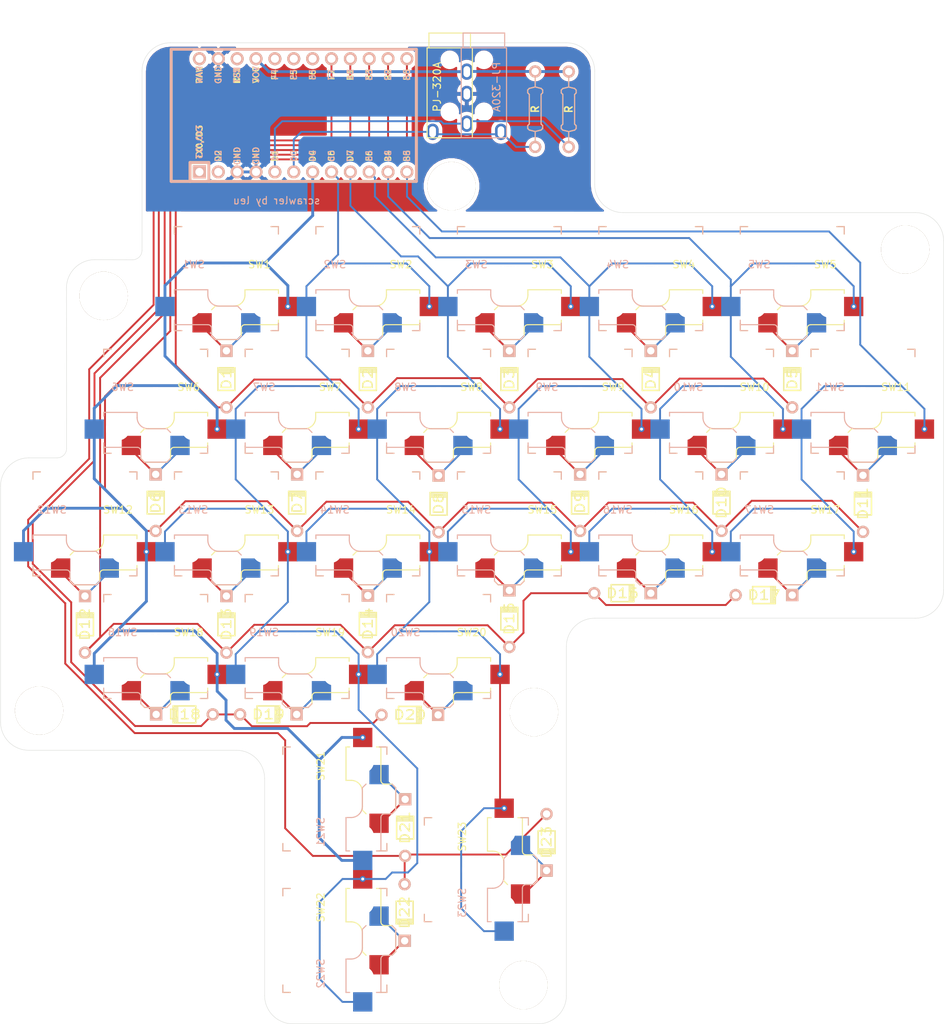
<source format=kicad_pcb>
(kicad_pcb (version 20171130) (host pcbnew 5.1.10-88a1d61d58~88~ubuntu20.04.1)
  (layers (0 F.Cu signal) (31 B.Cu signal) (34 B.Paste user) (35 F.Paste user) (36 B.SilkS user) (37 F.SilkS user) (38 B.Mask user) (39 F.Mask user) (44 Edge.Cuts user))
  (net 0 "")
  (net 1 "Net-(D1-Pad2)")
  (net 2 ROW0)
  (net 3 "Net-(D2-Pad2)")
  (net 4 "Net-(D3-Pad2)")
  (net 5 "Net-(D4-Pad2)")
  (net 6 "Net-(D5-Pad2)")
  (net 7 "Net-(D6-Pad2)")
  (net 8 ROW1)
  (net 9 "Net-(D7-Pad2)")
  (net 10 "Net-(D8-Pad2)")
  (net 11 "Net-(D9-Pad2)")
  (net 12 "Net-(D10-Pad2)")
  (net 13 "Net-(D11-Pad2)")
  (net 14 "Net-(D12-Pad2)")
  (net 15 ROW2)
  (net 16 "Net-(D13-Pad2)")
  (net 17 "Net-(D14-Pad2)")
  (net 18 "Net-(D15-Pad2)")
  (net 19 "Net-(D16-Pad2)")
  (net 20 "Net-(D17-Pad2)")
  (net 21 "Net-(D18-Pad2)")
  (net 22 ROW3)
  (net 23 "Net-(D19-Pad2)")
  (net 24 "Net-(D20-Pad2)")
  (net 25 "Net-(D21-Pad2)")
  (net 26 ROW4)
  (net 27 "Net-(D22-Pad2)")
  (net 28 "Net-(D23-Pad2)")
  (net 29 COL0)
  (net 30 COL1)
  (net 31 COL2)
  (net 32 COL3)
  (net 33 COL4)
  (net 34 COL5)
  (net 35 SCL)
  (net 36 GND)
  (net 37 SDA)
  (net 38 VCC)
  (net 39 "Net-(U2-Pad24)")
  (net 40 RESET)
  (net 41 "Net-(U2-Pad20)")
  (net 42 "Net-(U2-Pad19)")
  (net 43 "Net-(U2-Pad18)")
  (net 44 "Net-(U2-Pad2)")
  (net 45 "Net-(U2-Pad1)")
  (module Keebio-Parts:MountingHole (layer F.Cu) (at 149.6314 43.4213)
    (fp_text reference H5 hide)
    (fp_text value Hole)
    (pad "" thru_hole circle (at 0 0) (size 6.5 6.5) (drill 6.5) (layers *.Cu *.Mask F.SilkS))
  )
  (module Keebio-Parts:Resistor (layer F.Cu) (at 160.8963 33.0708 270)
    (fp_text reference R2 hide)
    (fp_text value R (at 0 0 90) (layer F.SilkS) (effects (font (thickness 0.2))))
    (pad 2 thru_hole circle (at 5.08 0 270) (size 1.651 1.651) (drill 0.9906) (layers *.Cu *.SilkS *.Mask) (net 35 SCL))
    (pad 1 thru_hole circle (at -5.08 0 270) (size 1.651 1.651) (drill 0.9906) (layers *.Cu *.SilkS *.Mask) (net 38 VCC))
  )
  (module Keebio-Parts:Resistor (layer F.Cu) (at 165.4175 33.0835 270)
    (fp_text reference R1 hide)
    (fp_text value R (at 0 0 90) (layer F.SilkS) (effects (font (thickness 0.2))))
    (pad 2 thru_hole circle (at 5.08 0 270) (size 1.651 1.651) (drill 0.9906) (layers *.Cu *.SilkS *.Mask) (net 37 SDA))
    (pad 1 thru_hole circle (at -5.08 0 270) (size 1.651 1.651) (drill 0.9906) (layers *.Cu *.SilkS *.Mask) (net 38 VCC))
  )
  (module Keebio-Parts:ArduinoProMicro (layer F.Cu) (at 129.6543 33.8963)
    (fp_text reference U2 hide)
    (fp_text value ProMicro hide)
    (fp_text user ST (at -8.91 -5.04 -270) (layer B.SilkS) (effects (font (size 0.8 0.8)) (justify mirror)))
    (fp_text user TX0/D3 (at -13.97 3.571872 -270) (layer F.SilkS) (effects (font (size 0.8 0.8))))
    (fp_text user TX0/D3 (at -13.97 3.571872 -270) (layer B.SilkS) (effects (font (size 0.8 0.8)) (justify mirror)))
    (fp_text user D2 (at -11.43 5.461 -270) (layer F.SilkS) (effects (font (size 0.8 0.8))))
    (fp_text user D0 (at -1.27 5.461 -270) (layer F.SilkS) (effects (font (size 0.8 0.8))))
    (fp_text user D1 (at -3.81 5.461 -270) (layer F.SilkS) (effects (font (size 0.8 0.8))))
    (fp_text user GND (at -6.35 5.461 -270) (layer F.SilkS) (effects (font (size 0.8 0.8))))
    (fp_text user GND (at -8.89 5.461 -270) (layer F.SilkS) (effects (font (size 0.8 0.8))))
    (fp_text user D4 (at 1.27 5.461 -270) (layer F.SilkS) (effects (font (size 0.8 0.8))))
    (fp_text user C6 (at 3.81 5.461 -270) (layer F.SilkS) (effects (font (size 0.8 0.8))))
    (fp_text user D7 (at 6.35 5.461 -270) (layer F.SilkS) (effects (font (size 0.8 0.8))))
    (fp_text user E6 (at 8.89 5.461 -270) (layer F.SilkS) (effects (font (size 0.8 0.8))))
    (fp_text user B4 (at 11.43 5.461 -270) (layer F.SilkS) (effects (font (size 0.8 0.8))))
    (fp_text user B5 (at 13.97 5.461 -270) (layer F.SilkS) (effects (font (size 0.8 0.8))))
    (fp_text user B6 (at 13.97 -5.461 -270) (layer F.SilkS) (effects (font (size 0.8 0.8))))
    (fp_text user B2 (at 11.43 -5.461 -270) (layer B.SilkS) (effects (font (size 0.8 0.8)) (justify mirror)))
    (fp_text user B3 (at 8.89 -5.461 -270) (layer F.SilkS) (effects (font (size 0.8 0.8))))
    (fp_text user B1 (at 6.35 -5.461 -270) (layer F.SilkS) (effects (font (size 0.8 0.8))))
    (fp_text user F7 (at 3.81 -5.461 -270) (layer B.SilkS) (effects (font (size 0.8 0.8)) (justify mirror)))
    (fp_text user F6 (at 1.27 -5.461 -270) (layer B.SilkS) (effects (font (size 0.8 0.8)) (justify mirror)))
    (fp_text user F5 (at -1.27 -5.461 -270) (layer B.SilkS) (effects (font (size 0.8 0.8)) (justify mirror)))
    (fp_text user F4 (at -3.81 -5.461 -270) (layer F.SilkS) (effects (font (size 0.8 0.8))))
    (fp_text user VCC (at -6.35 -5.461 -270) (layer F.SilkS) (effects (font (size 0.8 0.8))))
    (fp_text user ST (at -8.92 -5.73312 -270) (layer F.SilkS) (effects (font (size 0.8 0.8))))
    (fp_text user GND (at -11.43 -5.461 -270) (layer F.SilkS) (effects (font (size 0.8 0.8))))
    (fp_text user RAW (at -13.97 -5.461 -270) (layer F.SilkS) (effects (font (size 0.8 0.8))))
    (fp_text user RAW (at -13.97 -5.461 -270) (layer B.SilkS) (effects (font (size 0.8 0.8)) (justify mirror)))
    (fp_text user GND (at -11.43 -5.461 -270) (layer B.SilkS) (effects (font (size 0.8 0.8)) (justify mirror)))
    (fp_text user VCC (at -6.35 -5.461 -270) (layer B.SilkS) (effects (font (size 0.8 0.8)) (justify mirror)))
    (fp_text user F4 (at -3.81 -5.461 -270) (layer B.SilkS) (effects (font (size 0.8 0.8)) (justify mirror)))
    (fp_text user F5 (at -1.27 -5.461 -270) (layer F.SilkS) (effects (font (size 0.8 0.8))))
    (fp_text user F6 (at 1.27 -5.461 -270) (layer F.SilkS) (effects (font (size 0.8 0.8))))
    (fp_text user F7 (at 3.81 -5.461 -270) (layer F.SilkS) (effects (font (size 0.8 0.8))))
    (fp_text user B1 (at 6.35 -5.461 -270) (layer B.SilkS) (effects (font (size 0.8 0.8)) (justify mirror)))
    (fp_text user B3 (at 8.89 -5.461 -270) (layer B.SilkS) (effects (font (size 0.8 0.8)) (justify mirror)))
    (fp_text user B2 (at 11.43 -5.461 -270) (layer F.SilkS) (effects (font (size 0.8 0.8))))
    (fp_text user B6 (at 13.97 -5.461 -270) (layer B.SilkS) (effects (font (size 0.8 0.8)) (justify mirror)))
    (fp_text user B5 (at 13.97 5.461 -270) (layer B.SilkS) (effects (font (size 0.8 0.8)) (justify mirror)))
    (fp_text user B4 (at 11.43 5.461 -270) (layer B.SilkS) (effects (font (size 0.8 0.8)) (justify mirror)))
    (fp_text user E6 (at 8.89 5.461 -270) (layer B.SilkS) (effects (font (size 0.8 0.8)) (justify mirror)))
    (fp_text user D7 (at 6.35 5.461 -270) (layer B.SilkS) (effects (font (size 0.8 0.8)) (justify mirror)))
    (fp_text user C6 (at 3.81 5.461 -270) (layer B.SilkS) (effects (font (size 0.8 0.8)) (justify mirror)))
    (fp_text user D4 (at 1.27 5.461 -270) (layer B.SilkS) (effects (font (size 0.8 0.8)) (justify mirror)))
    (fp_text user GND (at -8.89 5.461 -270) (layer B.SilkS) (effects (font (size 0.8 0.8)) (justify mirror)))
    (fp_text user GND (at -6.35 5.461 -270) (layer B.SilkS) (effects (font (size 0.8 0.8)) (justify mirror)))
    (fp_text user D1 (at -3.81 5.461 -270) (layer B.SilkS) (effects (font (size 0.8 0.8)) (justify mirror)))
    (fp_text user D0 (at -1.27 5.461 -270) (layer B.SilkS) (effects (font (size 0.8 0.8)) (justify mirror)))
    (fp_text user D2 (at -11.43 5.461 -270) (layer B.SilkS) (effects (font (size 0.8 0.8)) (justify mirror)))
    (pad 24 thru_hole circle (at -13.97 -7.62) (size 1.7526 1.7526) (drill 1.0922) (layers *.Cu *.SilkS *.Mask) (net 39 "Net-(U2-Pad24)"))
    (pad 12 thru_hole circle (at 13.97 7.62) (size 1.7526 1.7526) (drill 1.0922) (layers *.Cu *.SilkS *.Mask) (net 34 COL5))
    (pad 23 thru_hole circle (at -11.43 -7.62) (size 1.7526 1.7526) (drill 1.0922) (layers *.Cu *.SilkS *.Mask) (net 36 GND))
    (pad 22 thru_hole circle (at -8.89 -7.62) (size 1.7526 1.7526) (drill 1.0922) (layers *.Cu *.SilkS *.Mask) (net 40 RESET))
    (pad 21 thru_hole circle (at -6.35 -7.62) (size 1.7526 1.7526) (drill 1.0922) (layers *.Cu *.SilkS *.Mask) (net 38 VCC))
    (pad 20 thru_hole circle (at -3.81 -7.62) (size 1.7526 1.7526) (drill 1.0922) (layers *.Cu *.SilkS *.Mask) (net 41 "Net-(U2-Pad20)"))
    (pad 19 thru_hole circle (at -1.27 -7.62) (size 1.7526 1.7526) (drill 1.0922) (layers *.Cu *.SilkS *.Mask) (net 42 "Net-(U2-Pad19)"))
    (pad 18 thru_hole circle (at 1.27 -7.62) (size 1.7526 1.7526) (drill 1.0922) (layers *.Cu *.SilkS *.Mask) (net 43 "Net-(U2-Pad18)"))
    (pad 17 thru_hole circle (at 3.81 -7.62) (size 1.7526 1.7526) (drill 1.0922) (layers *.Cu *.SilkS *.Mask) (net 26 ROW4))
    (pad 16 thru_hole circle (at 6.35 -7.62) (size 1.7526 1.7526) (drill 1.0922) (layers *.Cu *.SilkS *.Mask) (net 22 ROW3))
    (pad 15 thru_hole circle (at 8.89 -7.62) (size 1.7526 1.7526) (drill 1.0922) (layers *.Cu *.SilkS *.Mask) (net 15 ROW2))
    (pad 14 thru_hole circle (at 11.43 -7.62) (size 1.7526 1.7526) (drill 1.0922) (layers *.Cu *.SilkS *.Mask) (net 8 ROW1))
    (pad 13 thru_hole circle (at 13.97 -7.62) (size 1.7526 1.7526) (drill 1.0922) (layers *.Cu *.SilkS *.Mask) (net 2 ROW0))
    (pad 11 thru_hole circle (at 11.43 7.62) (size 1.7526 1.7526) (drill 1.0922) (layers *.Cu *.SilkS *.Mask) (net 33 COL4))
    (pad 10 thru_hole circle (at 8.89 7.62) (size 1.7526 1.7526) (drill 1.0922) (layers *.Cu *.SilkS *.Mask) (net 32 COL3))
    (pad 9 thru_hole circle (at 6.35 7.62) (size 1.7526 1.7526) (drill 1.0922) (layers *.Cu *.SilkS *.Mask) (net 31 COL2))
    (pad 8 thru_hole circle (at 3.81 7.62) (size 1.7526 1.7526) (drill 1.0922) (layers *.Cu *.SilkS *.Mask) (net 30 COL1))
    (pad 7 thru_hole circle (at 1.27 7.62) (size 1.7526 1.7526) (drill 1.0922) (layers *.Cu *.SilkS *.Mask) (net 29 COL0))
    (pad 6 thru_hole circle (at -1.27 7.62) (size 1.7526 1.7526) (drill 1.0922) (layers *.Cu *.SilkS *.Mask) (net 35 SCL))
    (pad 5 thru_hole circle (at -3.81 7.62) (size 1.7526 1.7526) (drill 1.0922) (layers *.Cu *.SilkS *.Mask) (net 37 SDA))
    (pad 4 thru_hole circle (at -6.35 7.62) (size 1.7526 1.7526) (drill 1.0922) (layers *.Cu *.SilkS *.Mask) (net 36 GND))
    (pad 3 thru_hole circle (at -8.89 7.62) (size 1.7526 1.7526) (drill 1.0922) (layers *.Cu *.SilkS *.Mask) (net 36 GND))
    (pad 2 thru_hole circle (at -11.43 7.62) (size 1.7526 1.7526) (drill 1.0922) (layers *.Cu *.SilkS *.Mask) (net 44 "Net-(U2-Pad2)"))
    (pad 1 thru_hole rect (at -13.97 7.62) (size 1.7526 1.7526) (drill 1.0922) (layers *.Cu *.SilkS *.Mask) (net 45 "Net-(U2-Pad1)"))
  )
  (module Keebio-Parts:MountingHole (layer F.Cu) (at 210.7311 51.9684)
    (fp_text reference H6 hide)
    (fp_text value Hole)
    (pad "" thru_hole circle (at 0 0) (size 6.5 6.5) (drill 6.5) (layers *.Cu *.Mask F.SilkS))
  )
  (module Keebio-Parts:MountingHole (layer F.Cu) (at 94.0943 114.046)
    (fp_text reference H4 hide)
    (fp_text value Hole)
    (pad "" thru_hole circle (at 0 0) (size 6.5 6.5) (drill 6.5) (layers *.Cu *.Mask F.SilkS))
  )
  (module Keebio-Parts:MountingHole (layer F.Cu) (at 102.7811 58.2041)
    (fp_text reference H3 hide)
    (fp_text value Hole)
    (pad "" thru_hole circle (at 0 0) (size 6.5 6.5) (drill 6.5) (layers *.Cu *.Mask F.SilkS))
  )
  (module Keebio-Parts:MountingHole (layer F.Cu) (at 159.3088 150.9903)
    (fp_text reference H2 hide)
    (fp_text value Hole)
    (pad "" thru_hole circle (at 0 0) (size 6.5 6.5) (drill 6.5) (layers *.Cu *.Mask F.SilkS))
  )
  (module Keebio-Parts:MountingHole (layer F.Cu) (at 160.7312 114.2365)
    (fp_text reference H1 hide)
    (fp_text value Hole)
    (pad "" thru_hole circle (at 0 0) (size 6.5 6.5) (drill 6.5) (layers *.Cu *.Mask F.SilkS))
  )
  (module Keebio-Parts:TRRS-PJ-320A-dual (layer F.Cu) (at 151.6888 24.8158)
    (fp_text reference U1)
    (fp_text value TRRS)
    (fp_text user PJ-320A (at -4 5.25 90) (layer F.SilkS))
    (fp_text user PJ-320A (at 4 5.25 270) (layer B.SilkS) (effects (justify mirror)))
    (pad 3 thru_hole oval (at 0 6.2) (size 1.6 2.2) (drill oval 0.9 1.5) (layers *.Cu *.Mask) (net 36 GND))
    (pad "" np_thru_hole circle (at -2.3 1.6) (size 1.5 1.5) (drill 1.5) (layers *.Cu *.Mask))
    (pad "" np_thru_hole circle (at -2.3 8.6) (size 1.5 1.5) (drill 1.5) (layers *.Cu *.Mask))
    (pad 4 thru_hole oval (at 0 3.2) (size 1.6 2.2) (drill oval 0.9 1.5) (layers *.Cu *.Mask) (net 38 VCC))
    (pad 2 thru_hole oval (at 0 10.2) (size 1.6 2.2) (drill oval 0.9 1.5) (layers *.Cu *.Mask) (net 37 SDA))
    (pad 1 thru_hole oval (at -4.6 11.3) (size 1.6 2.2) (drill oval 0.9 1.5) (layers *.Cu *.Mask) (net 35 SCL))
    (pad 1 thru_hole oval (at 4.6 11.3) (size 1.6 2.2) (drill oval 0.9 1.5) (layers *.Cu *.Mask) (net 35 SCL))
    (pad "" np_thru_hole circle (at 2.3 1.6) (size 1.5 1.5) (drill 1.5) (layers *.Cu *.Mask))
    (pad "" np_thru_hole circle (at 2.3 8.6) (size 1.5 1.5) (drill 1.5) (layers *.Cu *.Mask))
  )
  (module keyswitches:Kailh_socket_PG1350_reversible (layer F.Cu) (at 152.9715 135.4582 90)
    (fp_text reference SW23 (at 4.445 -1.905 90) (layer F.SilkS))
    (fp_text value switch)
    (fp_text user %R (at -4.445 -1.905 90) (layer B.SilkS) (effects (justify mirror)))
    (pad "" np_thru_hole circle (at -5.5 0 90) (size 1.7018 1.7018) (drill 1.7018) (layers *.Cu *.Mask))
    (pad "" np_thru_hole circle (at 5.5 0 90) (size 1.7018 1.7018) (drill 1.7018) (layers *.Cu *.Mask))
    (pad 1 smd rect (at -3.275 5.95 90) (size 2.6 2.6) (layers F.Cu F.Paste F.Mask) (net 28 "Net-(D23-Pad2)"))
    (pad "" np_thru_hole circle (at 5 3.75 90) (size 3 3) (drill 3) (layers *.Cu *.Mask))
    (pad "" np_thru_hole circle (at 0 0 90) (size 3.429 3.429) (drill 3.429) (layers *.Cu *.Mask))
    (pad "" np_thru_hole circle (at 0 5.95 90) (size 3 3) (drill 3) (layers *.Cu *.Mask))
    (pad 2 smd rect (at 8.275 3.75 90) (size 2.6 2.6) (layers F.Cu F.Paste F.Mask) (net 31 COL2))
    (pad "" np_thru_hole circle (at -5 3.75 90) (size 3 3) (drill 3) (layers *.Cu *.Mask))
    (pad 1 smd rect (at 3.275 5.95 90) (size 2.6 2.6) (layers B.Cu B.Paste B.Mask) (net 28 "Net-(D23-Pad2)"))
    (pad 2 smd rect (at -8.275 3.75 90) (size 2.6 2.6) (layers B.Cu B.Paste B.Mask) (net 31 COL2))
    (pad "" np_thru_hole circle (at -5.22 -4.2 90) (size 0.9906 0.9906) (drill 0.9906) (layers *.Cu *.Mask))
    (pad "" np_thru_hole circle (at 5.22 -4.2 90) (size 0.9906 0.9906) (drill 0.9906) (layers *.Cu *.Mask))
  )
  (module keyswitches:Kailh_socket_PG1350_reversible (layer F.Cu) (at 133.9215 144.9832 90)
    (fp_text reference SW22 (at 4.445 -1.905 90) (layer F.SilkS))
    (fp_text value switch)
    (fp_text user %R (at -4.445 -1.905 90) (layer B.SilkS) (effects (justify mirror)))
    (pad "" np_thru_hole circle (at -5.5 0 90) (size 1.7018 1.7018) (drill 1.7018) (layers *.Cu *.Mask))
    (pad "" np_thru_hole circle (at 5.5 0 90) (size 1.7018 1.7018) (drill 1.7018) (layers *.Cu *.Mask))
    (pad 1 smd rect (at -3.275 5.95 90) (size 2.6 2.6) (layers F.Cu F.Paste F.Mask) (net 27 "Net-(D22-Pad2)"))
    (pad "" np_thru_hole circle (at 5 3.75 90) (size 3 3) (drill 3) (layers *.Cu *.Mask))
    (pad "" np_thru_hole circle (at 0 0 90) (size 3.429 3.429) (drill 3.429) (layers *.Cu *.Mask))
    (pad "" np_thru_hole circle (at 0 5.95 90) (size 3 3) (drill 3) (layers *.Cu *.Mask))
    (pad 2 smd rect (at 8.275 3.75 90) (size 2.6 2.6) (layers F.Cu F.Paste F.Mask) (net 30 COL1))
    (pad "" np_thru_hole circle (at -5 3.75 90) (size 3 3) (drill 3) (layers *.Cu *.Mask))
    (pad 1 smd rect (at 3.275 5.95 90) (size 2.6 2.6) (layers B.Cu B.Paste B.Mask) (net 27 "Net-(D22-Pad2)"))
    (pad 2 smd rect (at -8.275 3.75 90) (size 2.6 2.6) (layers B.Cu B.Paste B.Mask) (net 30 COL1))
    (pad "" np_thru_hole circle (at -5.22 -4.2 90) (size 0.9906 0.9906) (drill 0.9906) (layers *.Cu *.Mask))
    (pad "" np_thru_hole circle (at 5.22 -4.2 90) (size 0.9906 0.9906) (drill 0.9906) (layers *.Cu *.Mask))
  )
  (module keyswitches:Kailh_socket_PG1350_reversible (layer F.Cu) (at 133.9215 125.9332 90)
    (fp_text reference SW21 (at 4.445 -1.905 90) (layer F.SilkS))
    (fp_text value switch)
    (fp_text user %R (at -4.445 -1.905 90) (layer B.SilkS) (effects (justify mirror)))
    (pad "" np_thru_hole circle (at -5.5 0 90) (size 1.7018 1.7018) (drill 1.7018) (layers *.Cu *.Mask))
    (pad "" np_thru_hole circle (at 5.5 0 90) (size 1.7018 1.7018) (drill 1.7018) (layers *.Cu *.Mask))
    (pad 1 smd rect (at -3.275 5.95 90) (size 2.6 2.6) (layers F.Cu F.Paste F.Mask) (net 25 "Net-(D21-Pad2)"))
    (pad "" np_thru_hole circle (at 5 3.75 90) (size 3 3) (drill 3) (layers *.Cu *.Mask))
    (pad "" np_thru_hole circle (at 0 0 90) (size 3.429 3.429) (drill 3.429) (layers *.Cu *.Mask))
    (pad "" np_thru_hole circle (at 0 5.95 90) (size 3 3) (drill 3) (layers *.Cu *.Mask))
    (pad 2 smd rect (at 8.275 3.75 90) (size 2.6 2.6) (layers F.Cu F.Paste F.Mask) (net 29 COL0))
    (pad "" np_thru_hole circle (at -5 3.75 90) (size 3 3) (drill 3) (layers *.Cu *.Mask))
    (pad 1 smd rect (at 3.275 5.95 90) (size 2.6 2.6) (layers B.Cu B.Paste B.Mask) (net 25 "Net-(D21-Pad2)"))
    (pad 2 smd rect (at -8.275 3.75 90) (size 2.6 2.6) (layers B.Cu B.Paste B.Mask) (net 29 COL0))
    (pad "" np_thru_hole circle (at -5.22 -4.2 90) (size 0.9906 0.9906) (drill 0.9906) (layers *.Cu *.Mask))
    (pad "" np_thru_hole circle (at 5.22 -4.2 90) (size 0.9906 0.9906) (drill 0.9906) (layers *.Cu *.Mask))
  )
  (module keyswitches:Kailh_socket_PG1350_reversible (layer F.Cu) (at 147.8915 105.41)
    (fp_text reference SW20 (at 4.445 -1.905) (layer F.SilkS))
    (fp_text value switch)
    (fp_text user %R (at -4.445 -1.905) (layer B.SilkS) (effects (justify mirror)))
    (pad "" np_thru_hole circle (at -5.5 0) (size 1.7018 1.7018) (drill 1.7018) (layers *.Cu *.Mask))
    (pad "" np_thru_hole circle (at 5.5 0) (size 1.7018 1.7018) (drill 1.7018) (layers *.Cu *.Mask))
    (pad 1 smd rect (at -3.275 5.95) (size 2.6 2.6) (layers F.Cu F.Paste F.Mask) (net 24 "Net-(D20-Pad2)"))
    (pad "" np_thru_hole circle (at 5 3.75) (size 3 3) (drill 3) (layers *.Cu *.Mask))
    (pad "" np_thru_hole circle (at 0 0) (size 3.429 3.429) (drill 3.429) (layers *.Cu *.Mask))
    (pad "" np_thru_hole circle (at 0 5.95) (size 3 3) (drill 3) (layers *.Cu *.Mask))
    (pad 2 smd rect (at 8.275 3.75) (size 2.6 2.6) (layers F.Cu F.Paste F.Mask) (net 31 COL2))
    (pad "" np_thru_hole circle (at -5 3.75) (size 3 3) (drill 3) (layers *.Cu *.Mask))
    (pad 1 smd rect (at 3.275 5.95) (size 2.6 2.6) (layers B.Cu B.Paste B.Mask) (net 24 "Net-(D20-Pad2)"))
    (pad 2 smd rect (at -8.275 3.75) (size 2.6 2.6) (layers B.Cu B.Paste B.Mask) (net 31 COL2))
    (pad "" np_thru_hole circle (at -5.22 -4.2) (size 0.9906 0.9906) (drill 0.9906) (layers *.Cu *.Mask))
    (pad "" np_thru_hole circle (at 5.22 -4.2) (size 0.9906 0.9906) (drill 0.9906) (layers *.Cu *.Mask))
  )
  (module keyswitches:Kailh_socket_PG1350_reversible (layer F.Cu) (at 128.8415 105.41)
    (fp_text reference SW19 (at 4.445 -1.905) (layer F.SilkS))
    (fp_text value switch)
    (fp_text user %R (at -4.445 -1.905) (layer B.SilkS) (effects (justify mirror)))
    (pad "" np_thru_hole circle (at -5.5 0) (size 1.7018 1.7018) (drill 1.7018) (layers *.Cu *.Mask))
    (pad "" np_thru_hole circle (at 5.5 0) (size 1.7018 1.7018) (drill 1.7018) (layers *.Cu *.Mask))
    (pad 1 smd rect (at -3.275 5.95) (size 2.6 2.6) (layers F.Cu F.Paste F.Mask) (net 23 "Net-(D19-Pad2)"))
    (pad "" np_thru_hole circle (at 5 3.75) (size 3 3) (drill 3) (layers *.Cu *.Mask))
    (pad "" np_thru_hole circle (at 0 0) (size 3.429 3.429) (drill 3.429) (layers *.Cu *.Mask))
    (pad "" np_thru_hole circle (at 0 5.95) (size 3 3) (drill 3) (layers *.Cu *.Mask))
    (pad 2 smd rect (at 8.275 3.75) (size 2.6 2.6) (layers F.Cu F.Paste F.Mask) (net 30 COL1))
    (pad "" np_thru_hole circle (at -5 3.75) (size 3 3) (drill 3) (layers *.Cu *.Mask))
    (pad 1 smd rect (at 3.275 5.95) (size 2.6 2.6) (layers B.Cu B.Paste B.Mask) (net 23 "Net-(D19-Pad2)"))
    (pad 2 smd rect (at -8.275 3.75) (size 2.6 2.6) (layers B.Cu B.Paste B.Mask) (net 30 COL1))
    (pad "" np_thru_hole circle (at -5.22 -4.2) (size 0.9906 0.9906) (drill 0.9906) (layers *.Cu *.Mask))
    (pad "" np_thru_hole circle (at 5.22 -4.2) (size 0.9906 0.9906) (drill 0.9906) (layers *.Cu *.Mask))
  )
  (module keyswitches:Kailh_socket_PG1350_reversible (layer F.Cu) (at 109.7915 105.41)
    (fp_text reference SW18 (at 4.445 -1.905) (layer F.SilkS))
    (fp_text value switch)
    (fp_text user %R (at -4.445 -1.905) (layer B.SilkS) (effects (justify mirror)))
    (pad "" np_thru_hole circle (at -5.5 0) (size 1.7018 1.7018) (drill 1.7018) (layers *.Cu *.Mask))
    (pad "" np_thru_hole circle (at 5.5 0) (size 1.7018 1.7018) (drill 1.7018) (layers *.Cu *.Mask))
    (pad 1 smd rect (at -3.275 5.95) (size 2.6 2.6) (layers F.Cu F.Paste F.Mask) (net 21 "Net-(D18-Pad2)"))
    (pad "" np_thru_hole circle (at 5 3.75) (size 3 3) (drill 3) (layers *.Cu *.Mask))
    (pad "" np_thru_hole circle (at 0 0) (size 3.429 3.429) (drill 3.429) (layers *.Cu *.Mask))
    (pad "" np_thru_hole circle (at 0 5.95) (size 3 3) (drill 3) (layers *.Cu *.Mask))
    (pad 2 smd rect (at 8.275 3.75) (size 2.6 2.6) (layers F.Cu F.Paste F.Mask) (net 29 COL0))
    (pad "" np_thru_hole circle (at -5 3.75) (size 3 3) (drill 3) (layers *.Cu *.Mask))
    (pad 1 smd rect (at 3.275 5.95) (size 2.6 2.6) (layers B.Cu B.Paste B.Mask) (net 21 "Net-(D18-Pad2)"))
    (pad 2 smd rect (at -8.275 3.75) (size 2.6 2.6) (layers B.Cu B.Paste B.Mask) (net 29 COL0))
    (pad "" np_thru_hole circle (at -5.22 -4.2) (size 0.9906 0.9906) (drill 0.9906) (layers *.Cu *.Mask))
    (pad "" np_thru_hole circle (at 5.22 -4.2) (size 0.9906 0.9906) (drill 0.9906) (layers *.Cu *.Mask))
  )
  (module keyswitches:Kailh_socket_PG1350_reversible (layer F.Cu) (at 195.5165 88.9)
    (fp_text reference SW17 (at 4.445 -1.905) (layer F.SilkS))
    (fp_text value switch)
    (fp_text user %R (at -4.445 -1.905) (layer B.SilkS) (effects (justify mirror)))
    (pad "" np_thru_hole circle (at -5.5 0) (size 1.7018 1.7018) (drill 1.7018) (layers *.Cu *.Mask))
    (pad "" np_thru_hole circle (at 5.5 0) (size 1.7018 1.7018) (drill 1.7018) (layers *.Cu *.Mask))
    (pad 1 smd rect (at -3.275 5.95) (size 2.6 2.6) (layers F.Cu F.Paste F.Mask) (net 20 "Net-(D17-Pad2)"))
    (pad "" np_thru_hole circle (at 5 3.75) (size 3 3) (drill 3) (layers *.Cu *.Mask))
    (pad "" np_thru_hole circle (at 0 0) (size 3.429 3.429) (drill 3.429) (layers *.Cu *.Mask))
    (pad "" np_thru_hole circle (at 0 5.95) (size 3 3) (drill 3) (layers *.Cu *.Mask))
    (pad 2 smd rect (at 8.275 3.75) (size 2.6 2.6) (layers F.Cu F.Paste F.Mask) (net 34 COL5))
    (pad "" np_thru_hole circle (at -5 3.75) (size 3 3) (drill 3) (layers *.Cu *.Mask))
    (pad 1 smd rect (at 3.275 5.95) (size 2.6 2.6) (layers B.Cu B.Paste B.Mask) (net 20 "Net-(D17-Pad2)"))
    (pad 2 smd rect (at -8.275 3.75) (size 2.6 2.6) (layers B.Cu B.Paste B.Mask) (net 34 COL5))
    (pad "" np_thru_hole circle (at -5.22 -4.2) (size 0.9906 0.9906) (drill 0.9906) (layers *.Cu *.Mask))
    (pad "" np_thru_hole circle (at 5.22 -4.2) (size 0.9906 0.9906) (drill 0.9906) (layers *.Cu *.Mask))
  )
  (module keyswitches:Kailh_socket_PG1350_reversible (layer F.Cu) (at 176.4665 88.9)
    (fp_text reference SW16 (at 4.445 -1.905) (layer F.SilkS))
    (fp_text value switch)
    (fp_text user %R (at -4.445 -1.905) (layer B.SilkS) (effects (justify mirror)))
    (pad "" np_thru_hole circle (at -5.5 0) (size 1.7018 1.7018) (drill 1.7018) (layers *.Cu *.Mask))
    (pad "" np_thru_hole circle (at 5.5 0) (size 1.7018 1.7018) (drill 1.7018) (layers *.Cu *.Mask))
    (pad 1 smd rect (at -3.275 5.95) (size 2.6 2.6) (layers F.Cu F.Paste F.Mask) (net 19 "Net-(D16-Pad2)"))
    (pad "" np_thru_hole circle (at 5 3.75) (size 3 3) (drill 3) (layers *.Cu *.Mask))
    (pad "" np_thru_hole circle (at 0 0) (size 3.429 3.429) (drill 3.429) (layers *.Cu *.Mask))
    (pad "" np_thru_hole circle (at 0 5.95) (size 3 3) (drill 3) (layers *.Cu *.Mask))
    (pad 2 smd rect (at 8.275 3.75) (size 2.6 2.6) (layers F.Cu F.Paste F.Mask) (net 33 COL4))
    (pad "" np_thru_hole circle (at -5 3.75) (size 3 3) (drill 3) (layers *.Cu *.Mask))
    (pad 1 smd rect (at 3.275 5.95) (size 2.6 2.6) (layers B.Cu B.Paste B.Mask) (net 19 "Net-(D16-Pad2)"))
    (pad 2 smd rect (at -8.275 3.75) (size 2.6 2.6) (layers B.Cu B.Paste B.Mask) (net 33 COL4))
    (pad "" np_thru_hole circle (at -5.22 -4.2) (size 0.9906 0.9906) (drill 0.9906) (layers *.Cu *.Mask))
    (pad "" np_thru_hole circle (at 5.22 -4.2) (size 0.9906 0.9906) (drill 0.9906) (layers *.Cu *.Mask))
  )
  (module keyswitches:Kailh_socket_PG1350_reversible (layer F.Cu) (at 157.4165 88.9)
    (fp_text reference SW15 (at 4.445 -1.905) (layer F.SilkS))
    (fp_text value switch)
    (fp_text user %R (at -4.445 -1.905) (layer B.SilkS) (effects (justify mirror)))
    (pad "" np_thru_hole circle (at -5.5 0) (size 1.7018 1.7018) (drill 1.7018) (layers *.Cu *.Mask))
    (pad "" np_thru_hole circle (at 5.5 0) (size 1.7018 1.7018) (drill 1.7018) (layers *.Cu *.Mask))
    (pad 1 smd rect (at -3.275 5.95) (size 2.6 2.6) (layers F.Cu F.Paste F.Mask) (net 18 "Net-(D15-Pad2)"))
    (pad "" np_thru_hole circle (at 5 3.75) (size 3 3) (drill 3) (layers *.Cu *.Mask))
    (pad "" np_thru_hole circle (at 0 0) (size 3.429 3.429) (drill 3.429) (layers *.Cu *.Mask))
    (pad "" np_thru_hole circle (at 0 5.95) (size 3 3) (drill 3) (layers *.Cu *.Mask))
    (pad 2 smd rect (at 8.275 3.75) (size 2.6 2.6) (layers F.Cu F.Paste F.Mask) (net 32 COL3))
    (pad "" np_thru_hole circle (at -5 3.75) (size 3 3) (drill 3) (layers *.Cu *.Mask))
    (pad 1 smd rect (at 3.275 5.95) (size 2.6 2.6) (layers B.Cu B.Paste B.Mask) (net 18 "Net-(D15-Pad2)"))
    (pad 2 smd rect (at -8.275 3.75) (size 2.6 2.6) (layers B.Cu B.Paste B.Mask) (net 32 COL3))
    (pad "" np_thru_hole circle (at -5.22 -4.2) (size 0.9906 0.9906) (drill 0.9906) (layers *.Cu *.Mask))
    (pad "" np_thru_hole circle (at 5.22 -4.2) (size 0.9906 0.9906) (drill 0.9906) (layers *.Cu *.Mask))
  )
  (module keyswitches:Kailh_socket_PG1350_reversible (layer F.Cu) (at 138.3665 88.9)
    (fp_text reference SW14 (at 4.445 -1.905) (layer F.SilkS))
    (fp_text value switch)
    (fp_text user %R (at -4.445 -1.905) (layer B.SilkS) (effects (justify mirror)))
    (pad "" np_thru_hole circle (at -5.5 0) (size 1.7018 1.7018) (drill 1.7018) (layers *.Cu *.Mask))
    (pad "" np_thru_hole circle (at 5.5 0) (size 1.7018 1.7018) (drill 1.7018) (layers *.Cu *.Mask))
    (pad 1 smd rect (at -3.275 5.95) (size 2.6 2.6) (layers F.Cu F.Paste F.Mask) (net 17 "Net-(D14-Pad2)"))
    (pad "" np_thru_hole circle (at 5 3.75) (size 3 3) (drill 3) (layers *.Cu *.Mask))
    (pad "" np_thru_hole circle (at 0 0) (size 3.429 3.429) (drill 3.429) (layers *.Cu *.Mask))
    (pad "" np_thru_hole circle (at 0 5.95) (size 3 3) (drill 3) (layers *.Cu *.Mask))
    (pad 2 smd rect (at 8.275 3.75) (size 2.6 2.6) (layers F.Cu F.Paste F.Mask) (net 31 COL2))
    (pad "" np_thru_hole circle (at -5 3.75) (size 3 3) (drill 3) (layers *.Cu *.Mask))
    (pad 1 smd rect (at 3.275 5.95) (size 2.6 2.6) (layers B.Cu B.Paste B.Mask) (net 17 "Net-(D14-Pad2)"))
    (pad 2 smd rect (at -8.275 3.75) (size 2.6 2.6) (layers B.Cu B.Paste B.Mask) (net 31 COL2))
    (pad "" np_thru_hole circle (at -5.22 -4.2) (size 0.9906 0.9906) (drill 0.9906) (layers *.Cu *.Mask))
    (pad "" np_thru_hole circle (at 5.22 -4.2) (size 0.9906 0.9906) (drill 0.9906) (layers *.Cu *.Mask))
  )
  (module keyswitches:Kailh_socket_PG1350_reversible (layer F.Cu) (at 119.3165 88.9)
    (fp_text reference SW13 (at 4.445 -1.905) (layer F.SilkS))
    (fp_text value switch)
    (fp_text user %R (at -4.445 -1.905) (layer B.SilkS) (effects (justify mirror)))
    (pad "" np_thru_hole circle (at -5.5 0) (size 1.7018 1.7018) (drill 1.7018) (layers *.Cu *.Mask))
    (pad "" np_thru_hole circle (at 5.5 0) (size 1.7018 1.7018) (drill 1.7018) (layers *.Cu *.Mask))
    (pad 1 smd rect (at -3.275 5.95) (size 2.6 2.6) (layers F.Cu F.Paste F.Mask) (net 16 "Net-(D13-Pad2)"))
    (pad "" np_thru_hole circle (at 5 3.75) (size 3 3) (drill 3) (layers *.Cu *.Mask))
    (pad "" np_thru_hole circle (at 0 0) (size 3.429 3.429) (drill 3.429) (layers *.Cu *.Mask))
    (pad "" np_thru_hole circle (at 0 5.95) (size 3 3) (drill 3) (layers *.Cu *.Mask))
    (pad 2 smd rect (at 8.275 3.75) (size 2.6 2.6) (layers F.Cu F.Paste F.Mask) (net 30 COL1))
    (pad "" np_thru_hole circle (at -5 3.75) (size 3 3) (drill 3) (layers *.Cu *.Mask))
    (pad 1 smd rect (at 3.275 5.95) (size 2.6 2.6) (layers B.Cu B.Paste B.Mask) (net 16 "Net-(D13-Pad2)"))
    (pad 2 smd rect (at -8.275 3.75) (size 2.6 2.6) (layers B.Cu B.Paste B.Mask) (net 30 COL1))
    (pad "" np_thru_hole circle (at -5.22 -4.2) (size 0.9906 0.9906) (drill 0.9906) (layers *.Cu *.Mask))
    (pad "" np_thru_hole circle (at 5.22 -4.2) (size 0.9906 0.9906) (drill 0.9906) (layers *.Cu *.Mask))
  )
  (module keyswitches:Kailh_socket_PG1350_reversible (layer F.Cu) (at 100.2665 88.9)
    (fp_text reference SW12 (at 4.445 -1.905) (layer F.SilkS))
    (fp_text value switch)
    (fp_text user %R (at -4.445 -1.905) (layer B.SilkS) (effects (justify mirror)))
    (pad "" np_thru_hole circle (at -5.5 0) (size 1.7018 1.7018) (drill 1.7018) (layers *.Cu *.Mask))
    (pad "" np_thru_hole circle (at 5.5 0) (size 1.7018 1.7018) (drill 1.7018) (layers *.Cu *.Mask))
    (pad 1 smd rect (at -3.275 5.95) (size 2.6 2.6) (layers F.Cu F.Paste F.Mask) (net 14 "Net-(D12-Pad2)"))
    (pad "" np_thru_hole circle (at 5 3.75) (size 3 3) (drill 3) (layers *.Cu *.Mask))
    (pad "" np_thru_hole circle (at 0 0) (size 3.429 3.429) (drill 3.429) (layers *.Cu *.Mask))
    (pad "" np_thru_hole circle (at 0 5.95) (size 3 3) (drill 3) (layers *.Cu *.Mask))
    (pad 2 smd rect (at 8.275 3.75) (size 2.6 2.6) (layers F.Cu F.Paste F.Mask) (net 29 COL0))
    (pad "" np_thru_hole circle (at -5 3.75) (size 3 3) (drill 3) (layers *.Cu *.Mask))
    (pad 1 smd rect (at 3.275 5.95) (size 2.6 2.6) (layers B.Cu B.Paste B.Mask) (net 14 "Net-(D12-Pad2)"))
    (pad 2 smd rect (at -8.275 3.75) (size 2.6 2.6) (layers B.Cu B.Paste B.Mask) (net 29 COL0))
    (pad "" np_thru_hole circle (at -5.22 -4.2) (size 0.9906 0.9906) (drill 0.9906) (layers *.Cu *.Mask))
    (pad "" np_thru_hole circle (at 5.22 -4.2) (size 0.9906 0.9906) (drill 0.9906) (layers *.Cu *.Mask))
  )
  (module keyswitches:Kailh_socket_PG1350_reversible (layer F.Cu) (at 205.0415 72.39)
    (fp_text reference SW11 (at 4.445 -1.905) (layer F.SilkS))
    (fp_text value switch)
    (fp_text user %R (at -4.445 -1.905) (layer B.SilkS) (effects (justify mirror)))
    (pad "" np_thru_hole circle (at -5.5 0) (size 1.7018 1.7018) (drill 1.7018) (layers *.Cu *.Mask))
    (pad "" np_thru_hole circle (at 5.5 0) (size 1.7018 1.7018) (drill 1.7018) (layers *.Cu *.Mask))
    (pad 1 smd rect (at -3.275 5.95) (size 2.6 2.6) (layers F.Cu F.Paste F.Mask) (net 13 "Net-(D11-Pad2)"))
    (pad "" np_thru_hole circle (at 5 3.75) (size 3 3) (drill 3) (layers *.Cu *.Mask))
    (pad "" np_thru_hole circle (at 0 0) (size 3.429 3.429) (drill 3.429) (layers *.Cu *.Mask))
    (pad "" np_thru_hole circle (at 0 5.95) (size 3 3) (drill 3) (layers *.Cu *.Mask))
    (pad 2 smd rect (at 8.275 3.75) (size 2.6 2.6) (layers F.Cu F.Paste F.Mask) (net 34 COL5))
    (pad "" np_thru_hole circle (at -5 3.75) (size 3 3) (drill 3) (layers *.Cu *.Mask))
    (pad 1 smd rect (at 3.275 5.95) (size 2.6 2.6) (layers B.Cu B.Paste B.Mask) (net 13 "Net-(D11-Pad2)"))
    (pad 2 smd rect (at -8.275 3.75) (size 2.6 2.6) (layers B.Cu B.Paste B.Mask) (net 34 COL5))
    (pad "" np_thru_hole circle (at -5.22 -4.2) (size 0.9906 0.9906) (drill 0.9906) (layers *.Cu *.Mask))
    (pad "" np_thru_hole circle (at 5.22 -4.2) (size 0.9906 0.9906) (drill 0.9906) (layers *.Cu *.Mask))
  )
  (module keyswitches:Kailh_socket_PG1350_reversible (layer F.Cu) (at 185.9915 72.39)
    (fp_text reference SW10 (at 4.445 -1.905) (layer F.SilkS))
    (fp_text value switch)
    (fp_text user %R (at -4.445 -1.905) (layer B.SilkS) (effects (justify mirror)))
    (pad "" np_thru_hole circle (at -5.5 0) (size 1.7018 1.7018) (drill 1.7018) (layers *.Cu *.Mask))
    (pad "" np_thru_hole circle (at 5.5 0) (size 1.7018 1.7018) (drill 1.7018) (layers *.Cu *.Mask))
    (pad 1 smd rect (at -3.275 5.95) (size 2.6 2.6) (layers F.Cu F.Paste F.Mask) (net 12 "Net-(D10-Pad2)"))
    (pad "" np_thru_hole circle (at 5 3.75) (size 3 3) (drill 3) (layers *.Cu *.Mask))
    (pad "" np_thru_hole circle (at 0 0) (size 3.429 3.429) (drill 3.429) (layers *.Cu *.Mask))
    (pad "" np_thru_hole circle (at 0 5.95) (size 3 3) (drill 3) (layers *.Cu *.Mask))
    (pad 2 smd rect (at 8.275 3.75) (size 2.6 2.6) (layers F.Cu F.Paste F.Mask) (net 33 COL4))
    (pad "" np_thru_hole circle (at -5 3.75) (size 3 3) (drill 3) (layers *.Cu *.Mask))
    (pad 1 smd rect (at 3.275 5.95) (size 2.6 2.6) (layers B.Cu B.Paste B.Mask) (net 12 "Net-(D10-Pad2)"))
    (pad 2 smd rect (at -8.275 3.75) (size 2.6 2.6) (layers B.Cu B.Paste B.Mask) (net 33 COL4))
    (pad "" np_thru_hole circle (at -5.22 -4.2) (size 0.9906 0.9906) (drill 0.9906) (layers *.Cu *.Mask))
    (pad "" np_thru_hole circle (at 5.22 -4.2) (size 0.9906 0.9906) (drill 0.9906) (layers *.Cu *.Mask))
  )
  (module keyswitches:Kailh_socket_PG1350_reversible (layer F.Cu) (at 166.9415 72.39)
    (fp_text reference SW9 (at 4.445 -1.905) (layer F.SilkS))
    (fp_text value switch)
    (fp_text user %R (at -4.445 -1.905) (layer B.SilkS) (effects (justify mirror)))
    (pad "" np_thru_hole circle (at -5.5 0) (size 1.7018 1.7018) (drill 1.7018) (layers *.Cu *.Mask))
    (pad "" np_thru_hole circle (at 5.5 0) (size 1.7018 1.7018) (drill 1.7018) (layers *.Cu *.Mask))
    (pad 1 smd rect (at -3.275 5.95) (size 2.6 2.6) (layers F.Cu F.Paste F.Mask) (net 11 "Net-(D9-Pad2)"))
    (pad "" np_thru_hole circle (at 5 3.75) (size 3 3) (drill 3) (layers *.Cu *.Mask))
    (pad "" np_thru_hole circle (at 0 0) (size 3.429 3.429) (drill 3.429) (layers *.Cu *.Mask))
    (pad "" np_thru_hole circle (at 0 5.95) (size 3 3) (drill 3) (layers *.Cu *.Mask))
    (pad 2 smd rect (at 8.275 3.75) (size 2.6 2.6) (layers F.Cu F.Paste F.Mask) (net 32 COL3))
    (pad "" np_thru_hole circle (at -5 3.75) (size 3 3) (drill 3) (layers *.Cu *.Mask))
    (pad 1 smd rect (at 3.275 5.95) (size 2.6 2.6) (layers B.Cu B.Paste B.Mask) (net 11 "Net-(D9-Pad2)"))
    (pad 2 smd rect (at -8.275 3.75) (size 2.6 2.6) (layers B.Cu B.Paste B.Mask) (net 32 COL3))
    (pad "" np_thru_hole circle (at -5.22 -4.2) (size 0.9906 0.9906) (drill 0.9906) (layers *.Cu *.Mask))
    (pad "" np_thru_hole circle (at 5.22 -4.2) (size 0.9906 0.9906) (drill 0.9906) (layers *.Cu *.Mask))
  )
  (module keyswitches:Kailh_socket_PG1350_reversible (layer F.Cu) (at 147.8915 72.39)
    (fp_text reference SW8 (at 4.445 -1.905) (layer F.SilkS))
    (fp_text value switch)
    (fp_text user %R (at -4.445 -1.905) (layer B.SilkS) (effects (justify mirror)))
    (pad "" np_thru_hole circle (at -5.5 0) (size 1.7018 1.7018) (drill 1.7018) (layers *.Cu *.Mask))
    (pad "" np_thru_hole circle (at 5.5 0) (size 1.7018 1.7018) (drill 1.7018) (layers *.Cu *.Mask))
    (pad 1 smd rect (at -3.275 5.95) (size 2.6 2.6) (layers F.Cu F.Paste F.Mask) (net 10 "Net-(D8-Pad2)"))
    (pad "" np_thru_hole circle (at 5 3.75) (size 3 3) (drill 3) (layers *.Cu *.Mask))
    (pad "" np_thru_hole circle (at 0 0) (size 3.429 3.429) (drill 3.429) (layers *.Cu *.Mask))
    (pad "" np_thru_hole circle (at 0 5.95) (size 3 3) (drill 3) (layers *.Cu *.Mask))
    (pad 2 smd rect (at 8.275 3.75) (size 2.6 2.6) (layers F.Cu F.Paste F.Mask) (net 31 COL2))
    (pad "" np_thru_hole circle (at -5 3.75) (size 3 3) (drill 3) (layers *.Cu *.Mask))
    (pad 1 smd rect (at 3.275 5.95) (size 2.6 2.6) (layers B.Cu B.Paste B.Mask) (net 10 "Net-(D8-Pad2)"))
    (pad 2 smd rect (at -8.275 3.75) (size 2.6 2.6) (layers B.Cu B.Paste B.Mask) (net 31 COL2))
    (pad "" np_thru_hole circle (at -5.22 -4.2) (size 0.9906 0.9906) (drill 0.9906) (layers *.Cu *.Mask))
    (pad "" np_thru_hole circle (at 5.22 -4.2) (size 0.9906 0.9906) (drill 0.9906) (layers *.Cu *.Mask))
  )
  (module keyswitches:Kailh_socket_PG1350_reversible (layer F.Cu) (at 128.8415 72.39)
    (fp_text reference SW7 (at 4.445 -1.905) (layer F.SilkS))
    (fp_text value switch)
    (fp_text user %R (at -4.445 -1.905) (layer B.SilkS) (effects (justify mirror)))
    (pad "" np_thru_hole circle (at -5.5 0) (size 1.7018 1.7018) (drill 1.7018) (layers *.Cu *.Mask))
    (pad "" np_thru_hole circle (at 5.5 0) (size 1.7018 1.7018) (drill 1.7018) (layers *.Cu *.Mask))
    (pad 1 smd rect (at -3.275 5.95) (size 2.6 2.6) (layers F.Cu F.Paste F.Mask) (net 9 "Net-(D7-Pad2)"))
    (pad "" np_thru_hole circle (at 5 3.75) (size 3 3) (drill 3) (layers *.Cu *.Mask))
    (pad "" np_thru_hole circle (at 0 0) (size 3.429 3.429) (drill 3.429) (layers *.Cu *.Mask))
    (pad "" np_thru_hole circle (at 0 5.95) (size 3 3) (drill 3) (layers *.Cu *.Mask))
    (pad 2 smd rect (at 8.275 3.75) (size 2.6 2.6) (layers F.Cu F.Paste F.Mask) (net 30 COL1))
    (pad "" np_thru_hole circle (at -5 3.75) (size 3 3) (drill 3) (layers *.Cu *.Mask))
    (pad 1 smd rect (at 3.275 5.95) (size 2.6 2.6) (layers B.Cu B.Paste B.Mask) (net 9 "Net-(D7-Pad2)"))
    (pad 2 smd rect (at -8.275 3.75) (size 2.6 2.6) (layers B.Cu B.Paste B.Mask) (net 30 COL1))
    (pad "" np_thru_hole circle (at -5.22 -4.2) (size 0.9906 0.9906) (drill 0.9906) (layers *.Cu *.Mask))
    (pad "" np_thru_hole circle (at 5.22 -4.2) (size 0.9906 0.9906) (drill 0.9906) (layers *.Cu *.Mask))
  )
  (module keyswitches:Kailh_socket_PG1350_reversible (layer F.Cu) (at 109.7915 72.39)
    (fp_text reference SW6 (at 4.445 -1.905) (layer F.SilkS))
    (fp_text value switch)
    (fp_text user %R (at -4.445 -1.905) (layer B.SilkS) (effects (justify mirror)))
    (pad "" np_thru_hole circle (at -5.5 0) (size 1.7018 1.7018) (drill 1.7018) (layers *.Cu *.Mask))
    (pad "" np_thru_hole circle (at 5.5 0) (size 1.7018 1.7018) (drill 1.7018) (layers *.Cu *.Mask))
    (pad 1 smd rect (at -3.275 5.95) (size 2.6 2.6) (layers F.Cu F.Paste F.Mask) (net 7 "Net-(D6-Pad2)"))
    (pad "" np_thru_hole circle (at 5 3.75) (size 3 3) (drill 3) (layers *.Cu *.Mask))
    (pad "" np_thru_hole circle (at 0 0) (size 3.429 3.429) (drill 3.429) (layers *.Cu *.Mask))
    (pad "" np_thru_hole circle (at 0 5.95) (size 3 3) (drill 3) (layers *.Cu *.Mask))
    (pad 2 smd rect (at 8.275 3.75) (size 2.6 2.6) (layers F.Cu F.Paste F.Mask) (net 29 COL0))
    (pad "" np_thru_hole circle (at -5 3.75) (size 3 3) (drill 3) (layers *.Cu *.Mask))
    (pad 1 smd rect (at 3.275 5.95) (size 2.6 2.6) (layers B.Cu B.Paste B.Mask) (net 7 "Net-(D6-Pad2)"))
    (pad 2 smd rect (at -8.275 3.75) (size 2.6 2.6) (layers B.Cu B.Paste B.Mask) (net 29 COL0))
    (pad "" np_thru_hole circle (at -5.22 -4.2) (size 0.9906 0.9906) (drill 0.9906) (layers *.Cu *.Mask))
    (pad "" np_thru_hole circle (at 5.22 -4.2) (size 0.9906 0.9906) (drill 0.9906) (layers *.Cu *.Mask))
  )
  (module keyswitches:Kailh_socket_PG1350_reversible (layer F.Cu) (at 195.5165 55.88)
    (fp_text reference SW5 (at 4.445 -1.905) (layer F.SilkS))
    (fp_text value switch)
    (fp_text user %R (at -4.445 -1.905) (layer B.SilkS) (effects (justify mirror)))
    (pad "" np_thru_hole circle (at -5.5 0) (size 1.7018 1.7018) (drill 1.7018) (layers *.Cu *.Mask))
    (pad "" np_thru_hole circle (at 5.5 0) (size 1.7018 1.7018) (drill 1.7018) (layers *.Cu *.Mask))
    (pad 1 smd rect (at -3.275 5.95) (size 2.6 2.6) (layers F.Cu F.Paste F.Mask) (net 6 "Net-(D5-Pad2)"))
    (pad "" np_thru_hole circle (at 5 3.75) (size 3 3) (drill 3) (layers *.Cu *.Mask))
    (pad "" np_thru_hole circle (at 0 0) (size 3.429 3.429) (drill 3.429) (layers *.Cu *.Mask))
    (pad "" np_thru_hole circle (at 0 5.95) (size 3 3) (drill 3) (layers *.Cu *.Mask))
    (pad 2 smd rect (at 8.275 3.75) (size 2.6 2.6) (layers F.Cu F.Paste F.Mask) (net 33 COL4))
    (pad "" np_thru_hole circle (at -5 3.75) (size 3 3) (drill 3) (layers *.Cu *.Mask))
    (pad 1 smd rect (at 3.275 5.95) (size 2.6 2.6) (layers B.Cu B.Paste B.Mask) (net 6 "Net-(D5-Pad2)"))
    (pad 2 smd rect (at -8.275 3.75) (size 2.6 2.6) (layers B.Cu B.Paste B.Mask) (net 33 COL4))
    (pad "" np_thru_hole circle (at -5.22 -4.2) (size 0.9906 0.9906) (drill 0.9906) (layers *.Cu *.Mask))
    (pad "" np_thru_hole circle (at 5.22 -4.2) (size 0.9906 0.9906) (drill 0.9906) (layers *.Cu *.Mask))
  )
  (module keyswitches:Kailh_socket_PG1350_reversible (layer F.Cu) (at 176.4665 55.88)
    (fp_text reference SW4 (at 4.445 -1.905) (layer F.SilkS))
    (fp_text value switch)
    (fp_text user %R (at -4.445 -1.905) (layer B.SilkS) (effects (justify mirror)))
    (pad "" np_thru_hole circle (at -5.5 0) (size 1.7018 1.7018) (drill 1.7018) (layers *.Cu *.Mask))
    (pad "" np_thru_hole circle (at 5.5 0) (size 1.7018 1.7018) (drill 1.7018) (layers *.Cu *.Mask))
    (pad 1 smd rect (at -3.275 5.95) (size 2.6 2.6) (layers F.Cu F.Paste F.Mask) (net 5 "Net-(D4-Pad2)"))
    (pad "" np_thru_hole circle (at 5 3.75) (size 3 3) (drill 3) (layers *.Cu *.Mask))
    (pad "" np_thru_hole circle (at 0 0) (size 3.429 3.429) (drill 3.429) (layers *.Cu *.Mask))
    (pad "" np_thru_hole circle (at 0 5.95) (size 3 3) (drill 3) (layers *.Cu *.Mask))
    (pad 2 smd rect (at 8.275 3.75) (size 2.6 2.6) (layers F.Cu F.Paste F.Mask) (net 32 COL3))
    (pad "" np_thru_hole circle (at -5 3.75) (size 3 3) (drill 3) (layers *.Cu *.Mask))
    (pad 1 smd rect (at 3.275 5.95) (size 2.6 2.6) (layers B.Cu B.Paste B.Mask) (net 5 "Net-(D4-Pad2)"))
    (pad 2 smd rect (at -8.275 3.75) (size 2.6 2.6) (layers B.Cu B.Paste B.Mask) (net 32 COL3))
    (pad "" np_thru_hole circle (at -5.22 -4.2) (size 0.9906 0.9906) (drill 0.9906) (layers *.Cu *.Mask))
    (pad "" np_thru_hole circle (at 5.22 -4.2) (size 0.9906 0.9906) (drill 0.9906) (layers *.Cu *.Mask))
  )
  (module keyswitches:Kailh_socket_PG1350_reversible (layer F.Cu) (at 157.4165 55.88)
    (fp_text reference SW3 (at 4.445 -1.905) (layer F.SilkS))
    (fp_text value switch)
    (fp_text user %R (at -4.445 -1.905) (layer B.SilkS) (effects (justify mirror)))
    (pad "" np_thru_hole circle (at -5.5 0) (size 1.7018 1.7018) (drill 1.7018) (layers *.Cu *.Mask))
    (pad "" np_thru_hole circle (at 5.5 0) (size 1.7018 1.7018) (drill 1.7018) (layers *.Cu *.Mask))
    (pad 1 smd rect (at -3.275 5.95) (size 2.6 2.6) (layers F.Cu F.Paste F.Mask) (net 4 "Net-(D3-Pad2)"))
    (pad "" np_thru_hole circle (at 5 3.75) (size 3 3) (drill 3) (layers *.Cu *.Mask))
    (pad "" np_thru_hole circle (at 0 0) (size 3.429 3.429) (drill 3.429) (layers *.Cu *.Mask))
    (pad "" np_thru_hole circle (at 0 5.95) (size 3 3) (drill 3) (layers *.Cu *.Mask))
    (pad 2 smd rect (at 8.275 3.75) (size 2.6 2.6) (layers F.Cu F.Paste F.Mask) (net 31 COL2))
    (pad "" np_thru_hole circle (at -5 3.75) (size 3 3) (drill 3) (layers *.Cu *.Mask))
    (pad 1 smd rect (at 3.275 5.95) (size 2.6 2.6) (layers B.Cu B.Paste B.Mask) (net 4 "Net-(D3-Pad2)"))
    (pad 2 smd rect (at -8.275 3.75) (size 2.6 2.6) (layers B.Cu B.Paste B.Mask) (net 31 COL2))
    (pad "" np_thru_hole circle (at -5.22 -4.2) (size 0.9906 0.9906) (drill 0.9906) (layers *.Cu *.Mask))
    (pad "" np_thru_hole circle (at 5.22 -4.2) (size 0.9906 0.9906) (drill 0.9906) (layers *.Cu *.Mask))
  )
  (module keyswitches:Kailh_socket_PG1350_reversible (layer F.Cu) (at 138.3665 55.88)
    (fp_text reference SW2 (at 4.445 -1.905) (layer F.SilkS))
    (fp_text value switch)
    (fp_text user %R (at -4.445 -1.905) (layer B.SilkS) (effects (justify mirror)))
    (pad "" np_thru_hole circle (at -5.5 0) (size 1.7018 1.7018) (drill 1.7018) (layers *.Cu *.Mask))
    (pad "" np_thru_hole circle (at 5.5 0) (size 1.7018 1.7018) (drill 1.7018) (layers *.Cu *.Mask))
    (pad 1 smd rect (at -3.275 5.95) (size 2.6 2.6) (layers F.Cu F.Paste F.Mask) (net 3 "Net-(D2-Pad2)"))
    (pad "" np_thru_hole circle (at 5 3.75) (size 3 3) (drill 3) (layers *.Cu *.Mask))
    (pad "" np_thru_hole circle (at 0 0) (size 3.429 3.429) (drill 3.429) (layers *.Cu *.Mask))
    (pad "" np_thru_hole circle (at 0 5.95) (size 3 3) (drill 3) (layers *.Cu *.Mask))
    (pad 2 smd rect (at 8.275 3.75) (size 2.6 2.6) (layers F.Cu F.Paste F.Mask) (net 30 COL1))
    (pad "" np_thru_hole circle (at -5 3.75) (size 3 3) (drill 3) (layers *.Cu *.Mask))
    (pad 1 smd rect (at 3.275 5.95) (size 2.6 2.6) (layers B.Cu B.Paste B.Mask) (net 3 "Net-(D2-Pad2)"))
    (pad 2 smd rect (at -8.275 3.75) (size 2.6 2.6) (layers B.Cu B.Paste B.Mask) (net 30 COL1))
    (pad "" np_thru_hole circle (at -5.22 -4.2) (size 0.9906 0.9906) (drill 0.9906) (layers *.Cu *.Mask))
    (pad "" np_thru_hole circle (at 5.22 -4.2) (size 0.9906 0.9906) (drill 0.9906) (layers *.Cu *.Mask))
  )
  (module keyswitches:Kailh_socket_PG1350_reversible (layer F.Cu) (at 119.3165 55.88)
    (fp_text reference SW1 (at 4.445 -1.905) (layer F.SilkS))
    (fp_text value switch)
    (fp_text user %R (at -4.445 -1.905) (layer B.SilkS) (effects (justify mirror)))
    (pad "" np_thru_hole circle (at -5.5 0) (size 1.7018 1.7018) (drill 1.7018) (layers *.Cu *.Mask))
    (pad "" np_thru_hole circle (at 5.5 0) (size 1.7018 1.7018) (drill 1.7018) (layers *.Cu *.Mask))
    (pad 1 smd rect (at -3.275 5.95) (size 2.6 2.6) (layers F.Cu F.Paste F.Mask) (net 1 "Net-(D1-Pad2)"))
    (pad "" np_thru_hole circle (at 5 3.75) (size 3 3) (drill 3) (layers *.Cu *.Mask))
    (pad "" np_thru_hole circle (at 0 0) (size 3.429 3.429) (drill 3.429) (layers *.Cu *.Mask))
    (pad "" np_thru_hole circle (at 0 5.95) (size 3 3) (drill 3) (layers *.Cu *.Mask))
    (pad 2 smd rect (at 8.275 3.75) (size 2.6 2.6) (layers F.Cu F.Paste F.Mask) (net 29 COL0))
    (pad "" np_thru_hole circle (at -5 3.75) (size 3 3) (drill 3) (layers *.Cu *.Mask))
    (pad 1 smd rect (at 3.275 5.95) (size 2.6 2.6) (layers B.Cu B.Paste B.Mask) (net 1 "Net-(D1-Pad2)"))
    (pad 2 smd rect (at -8.275 3.75) (size 2.6 2.6) (layers B.Cu B.Paste B.Mask) (net 29 COL0))
    (pad "" np_thru_hole circle (at -5.22 -4.2) (size 0.9906 0.9906) (drill 0.9906) (layers *.Cu *.Mask))
    (pad "" np_thru_hole circle (at 5.22 -4.2) (size 0.9906 0.9906) (drill 0.9906) (layers *.Cu *.Mask))
  )
  (module Keebio-Parts:Diode (layer F.Cu) (at 162.433 131.7625 270)
    (fp_text reference D23 (at 0 0 90) (layer F.SilkS) (effects (font (size 1.27 1.524) (thickness 0.2032))))
    (fp_text value diode hide)
    (pad 2 thru_hole rect (at 3.81 0 270) (size 1.651 1.651) (drill 0.9906) (layers *.Cu *.SilkS *.Mask) (net 28 "Net-(D23-Pad2)"))
    (pad 1 thru_hole circle (at -3.81 0 270) (size 1.651 1.651) (drill 0.9906) (layers *.Cu *.SilkS *.Mask) (net 26 ROW4))
  )
  (module Keebio-Parts:Diode (layer F.Cu) (at 143.3195 141.224 270)
    (fp_text reference D22 (at 0 0 90) (layer F.SilkS) (effects (font (size 1.27 1.524) (thickness 0.2032))))
    (fp_text value diode hide)
    (pad 2 thru_hole rect (at 3.81 0 270) (size 1.651 1.651) (drill 0.9906) (layers *.Cu *.SilkS *.Mask) (net 27 "Net-(D22-Pad2)"))
    (pad 1 thru_hole circle (at -3.81 0 270) (size 1.651 1.651) (drill 0.9906) (layers *.Cu *.SilkS *.Mask) (net 26 ROW4))
  )
  (module Keebio-Parts:Diode (layer F.Cu) (at 143.383 129.794 90)
    (fp_text reference D21 (at 0 0 90) (layer F.SilkS) (effects (font (size 1.27 1.524) (thickness 0.2032))))
    (fp_text value diode hide)
    (pad 2 thru_hole rect (at 3.81 0 90) (size 1.651 1.651) (drill 0.9906) (layers *.Cu *.SilkS *.Mask) (net 25 "Net-(D21-Pad2)"))
    (pad 1 thru_hole circle (at -3.81 0 90) (size 1.651 1.651) (drill 0.9906) (layers *.Cu *.SilkS *.Mask) (net 26 ROW4))
  )
  (module Keebio-Parts:Diode (layer F.Cu) (at 144.018 114.6175)
    (fp_text reference D20 (at 0 0) (layer F.SilkS) (effects (font (size 1.27 1.524) (thickness 0.2032))))
    (fp_text value diode hide)
    (pad 2 thru_hole rect (at 3.81 0) (size 1.651 1.651) (drill 0.9906) (layers *.Cu *.SilkS *.Mask) (net 24 "Net-(D20-Pad2)"))
    (pad 1 thru_hole circle (at -3.81 0) (size 1.651 1.651) (drill 0.9906) (layers *.Cu *.SilkS *.Mask) (net 22 ROW3))
  )
  (module Keebio-Parts:Diode (layer F.Cu) (at 124.968 114.554)
    (fp_text reference D19 (at 0 0) (layer F.SilkS) (effects (font (size 1.27 1.524) (thickness 0.2032))))
    (fp_text value diode hide)
    (pad 2 thru_hole rect (at 3.81 0) (size 1.651 1.651) (drill 0.9906) (layers *.Cu *.SilkS *.Mask) (net 23 "Net-(D19-Pad2)"))
    (pad 1 thru_hole circle (at -3.81 0) (size 1.651 1.651) (drill 0.9906) (layers *.Cu *.SilkS *.Mask) (net 22 ROW3))
  )
  (module Keebio-Parts:Diode (layer F.Cu) (at 113.665 114.554 180)
    (fp_text reference D18 (at 0 0) (layer F.SilkS) (effects (font (size 1.27 1.524) (thickness 0.2032))))
    (fp_text value diode hide)
    (pad 2 thru_hole rect (at 3.81 0 180) (size 1.651 1.651) (drill 0.9906) (layers *.Cu *.SilkS *.Mask) (net 21 "Net-(D18-Pad2)"))
    (pad 1 thru_hole circle (at -3.81 0 180) (size 1.651 1.651) (drill 0.9906) (layers *.Cu *.SilkS *.Mask) (net 22 ROW3))
  )
  (module Keebio-Parts:Diode (layer F.Cu) (at 191.7065 98.4885)
    (fp_text reference D17 (at 0 0) (layer F.SilkS) (effects (font (size 1.27 1.524) (thickness 0.2032))))
    (fp_text value diode hide)
    (pad 2 thru_hole rect (at 3.81 0) (size 1.651 1.651) (drill 0.9906) (layers *.Cu *.SilkS *.Mask) (net 20 "Net-(D17-Pad2)"))
    (pad 1 thru_hole circle (at -3.81 0) (size 1.651 1.651) (drill 0.9906) (layers *.Cu *.SilkS *.Mask) (net 15 ROW2))
  )
  (module Keebio-Parts:Diode (layer F.Cu) (at 172.6565 98.2345)
    (fp_text reference D16 (at 0 0) (layer F.SilkS) (effects (font (size 1.27 1.524) (thickness 0.2032))))
    (fp_text value diode hide)
    (pad 2 thru_hole rect (at 3.81 0) (size 1.651 1.651) (drill 0.9906) (layers *.Cu *.SilkS *.Mask) (net 19 "Net-(D16-Pad2)"))
    (pad 1 thru_hole circle (at -3.81 0) (size 1.651 1.651) (drill 0.9906) (layers *.Cu *.SilkS *.Mask) (net 15 ROW2))
  )
  (module Keebio-Parts:Diode (layer F.Cu) (at 157.4165 101.6635 90)
    (fp_text reference D15 (at 0 0 90) (layer F.SilkS) (effects (font (size 1.27 1.524) (thickness 0.2032))))
    (fp_text value diode hide)
    (pad 2 thru_hole rect (at 3.81 0 90) (size 1.651 1.651) (drill 0.9906) (layers *.Cu *.SilkS *.Mask) (net 18 "Net-(D15-Pad2)"))
    (pad 1 thru_hole circle (at -3.81 0 90) (size 1.651 1.651) (drill 0.9906) (layers *.Cu *.SilkS *.Mask) (net 15 ROW2))
  )
  (module Keebio-Parts:Diode (layer F.Cu) (at 138.3665 102.362 90)
    (fp_text reference D14 (at 0 0 90) (layer F.SilkS) (effects (font (size 1.27 1.524) (thickness 0.2032))))
    (fp_text value diode hide)
    (pad 2 thru_hole rect (at 3.81 0 90) (size 1.651 1.651) (drill 0.9906) (layers *.Cu *.SilkS *.Mask) (net 17 "Net-(D14-Pad2)"))
    (pad 1 thru_hole circle (at -3.81 0 90) (size 1.651 1.651) (drill 0.9906) (layers *.Cu *.SilkS *.Mask) (net 15 ROW2))
  )
  (module Keebio-Parts:Diode (layer F.Cu) (at 119.3165 102.4255 90)
    (fp_text reference D13 (at 0 0 90) (layer F.SilkS) (effects (font (size 1.27 1.524) (thickness 0.2032))))
    (fp_text value diode hide)
    (pad 2 thru_hole rect (at 3.81 0 90) (size 1.651 1.651) (drill 0.9906) (layers *.Cu *.SilkS *.Mask) (net 16 "Net-(D13-Pad2)"))
    (pad 1 thru_hole circle (at -3.81 0 90) (size 1.651 1.651) (drill 0.9906) (layers *.Cu *.SilkS *.Mask) (net 15 ROW2))
  )
  (module Keebio-Parts:Diode (layer F.Cu) (at 100.2665 102.4255 90)
    (fp_text reference D12 (at 0 0 90) (layer F.SilkS) (effects (font (size 1.27 1.524) (thickness 0.2032))))
    (fp_text value diode hide)
    (pad 2 thru_hole rect (at 3.81 0 90) (size 1.651 1.651) (drill 0.9906) (layers *.Cu *.SilkS *.Mask) (net 14 "Net-(D12-Pad2)"))
    (pad 1 thru_hole circle (at -3.81 0 90) (size 1.651 1.651) (drill 0.9906) (layers *.Cu *.SilkS *.Mask) (net 15 ROW2))
  )
  (module Keebio-Parts:Diode (layer F.Cu) (at 205.0415 86.1695 90)
    (fp_text reference D11 (at 0 0 90) (layer F.SilkS) (effects (font (size 1.27 1.524) (thickness 0.2032))))
    (fp_text value diode hide)
    (pad 2 thru_hole rect (at 3.81 0 90) (size 1.651 1.651) (drill 0.9906) (layers *.Cu *.SilkS *.Mask) (net 13 "Net-(D11-Pad2)"))
    (pad 1 thru_hole circle (at -3.81 0 90) (size 1.651 1.651) (drill 0.9906) (layers *.Cu *.SilkS *.Mask) (net 8 ROW1))
  )
  (module Keebio-Parts:Diode (layer F.Cu) (at 185.9915 86.0425 90)
    (fp_text reference D10 (at 0 0 90) (layer F.SilkS) (effects (font (size 1.27 1.524) (thickness 0.2032))))
    (fp_text value diode hide)
    (pad 2 thru_hole rect (at 3.81 0 90) (size 1.651 1.651) (drill 0.9906) (layers *.Cu *.SilkS *.Mask) (net 12 "Net-(D10-Pad2)"))
    (pad 1 thru_hole circle (at -3.81 0 90) (size 1.651 1.651) (drill 0.9906) (layers *.Cu *.SilkS *.Mask) (net 8 ROW1))
  )
  (module Keebio-Parts:Diode (layer F.Cu) (at 166.9415 86.0425 90)
    (fp_text reference D9 (at 0 0 90) (layer F.SilkS) (effects (font (size 1.27 1.524) (thickness 0.2032))))
    (fp_text value diode hide)
    (pad 2 thru_hole rect (at 3.81 0 90) (size 1.651 1.651) (drill 0.9906) (layers *.Cu *.SilkS *.Mask) (net 11 "Net-(D9-Pad2)"))
    (pad 1 thru_hole circle (at -3.81 0 90) (size 1.651 1.651) (drill 0.9906) (layers *.Cu *.SilkS *.Mask) (net 8 ROW1))
  )
  (module Keebio-Parts:Diode (layer F.Cu) (at 147.8915 86.20125 90)
    (fp_text reference D8 (at 0 0 90) (layer F.SilkS) (effects (font (size 1.27 1.524) (thickness 0.2032))))
    (fp_text value diode hide)
    (pad 2 thru_hole rect (at 3.81 0 90) (size 1.651 1.651) (drill 0.9906) (layers *.Cu *.SilkS *.Mask) (net 10 "Net-(D8-Pad2)"))
    (pad 1 thru_hole circle (at -3.81 0 90) (size 1.651 1.651) (drill 0.9906) (layers *.Cu *.SilkS *.Mask) (net 8 ROW1))
  )
  (module Keebio-Parts:Diode (layer F.Cu) (at 128.8415 86.0425 90)
    (fp_text reference D7 (at 0 0 90) (layer F.SilkS) (effects (font (size 1.27 1.524) (thickness 0.2032))))
    (fp_text value diode hide)
    (pad 2 thru_hole rect (at 3.81 0 90) (size 1.651 1.651) (drill 0.9906) (layers *.Cu *.SilkS *.Mask) (net 9 "Net-(D7-Pad2)"))
    (pad 1 thru_hole circle (at -3.81 0 90) (size 1.651 1.651) (drill 0.9906) (layers *.Cu *.SilkS *.Mask) (net 8 ROW1))
  )
  (module Keebio-Parts:Diode (layer F.Cu) (at 109.7915 86.0425 90)
    (fp_text reference D6 (at 0 0 90) (layer F.SilkS) (effects (font (size 1.27 1.524) (thickness 0.2032))))
    (fp_text value diode hide)
    (pad 2 thru_hole rect (at 3.81 0 90) (size 1.651 1.651) (drill 0.9906) (layers *.Cu *.SilkS *.Mask) (net 7 "Net-(D6-Pad2)"))
    (pad 1 thru_hole circle (at -3.81 0 90) (size 1.651 1.651) (drill 0.9906) (layers *.Cu *.SilkS *.Mask) (net 8 ROW1))
  )
  (module Keebio-Parts:Diode (layer F.Cu) (at 195.5165 69.4055 90)
    (fp_text reference D5 (at 0 0 90) (layer F.SilkS) (effects (font (size 1.27 1.524) (thickness 0.2032))))
    (fp_text value diode hide)
    (pad 2 thru_hole rect (at 3.81 0 90) (size 1.651 1.651) (drill 0.9906) (layers *.Cu *.SilkS *.Mask) (net 6 "Net-(D5-Pad2)"))
    (pad 1 thru_hole circle (at -3.81 0 90) (size 1.651 1.651) (drill 0.9906) (layers *.Cu *.SilkS *.Mask) (net 2 ROW0))
  )
  (module Keebio-Parts:Diode (layer F.Cu) (at 176.4665 69.4055 90)
    (fp_text reference D4 (at 0 0 90) (layer F.SilkS) (effects (font (size 1.27 1.524) (thickness 0.2032))))
    (fp_text value diode hide)
    (pad 2 thru_hole rect (at 3.81 0 90) (size 1.651 1.651) (drill 0.9906) (layers *.Cu *.SilkS *.Mask) (net 5 "Net-(D4-Pad2)"))
    (pad 1 thru_hole circle (at -3.81 0 90) (size 1.651 1.651) (drill 0.9906) (layers *.Cu *.SilkS *.Mask) (net 2 ROW0))
  )
  (module Keebio-Parts:Diode (layer F.Cu) (at 157.4165 69.4055 90)
    (fp_text reference D3 (at 0 0 90) (layer F.SilkS) (effects (font (size 1.27 1.524) (thickness 0.2032))))
    (fp_text value diode hide)
    (pad 2 thru_hole rect (at 3.81 0 90) (size 1.651 1.651) (drill 0.9906) (layers *.Cu *.SilkS *.Mask) (net 4 "Net-(D3-Pad2)"))
    (pad 1 thru_hole circle (at -3.81 0 90) (size 1.651 1.651) (drill 0.9906) (layers *.Cu *.SilkS *.Mask) (net 2 ROW0))
  )
  (module Keebio-Parts:Diode (layer F.Cu) (at 138.3665 69.4055 90)
    (fp_text reference D2 (at 0 0 90) (layer F.SilkS) (effects (font (size 1.27 1.524) (thickness 0.2032))))
    (fp_text value diode hide)
    (pad 2 thru_hole rect (at 3.81 0 90) (size 1.651 1.651) (drill 0.9906) (layers *.Cu *.SilkS *.Mask) (net 3 "Net-(D2-Pad2)"))
    (pad 1 thru_hole circle (at -3.81 0 90) (size 1.651 1.651) (drill 0.9906) (layers *.Cu *.SilkS *.Mask) (net 2 ROW0))
  )
  (module Keebio-Parts:Diode (layer F.Cu) (at 119.3165 69.4055 90)
    (fp_text reference D1 (at 0 0 90) (layer F.SilkS) (effects (font (size 1.27 1.524) (thickness 0.2032))))
    (fp_text value diode hide)
    (pad 2 thru_hole rect (at 3.81 0 90) (size 1.651 1.651) (drill 0.9906) (layers *.Cu *.SilkS *.Mask) (net 1 "Net-(D1-Pad2)"))
    (pad 1 thru_hole circle (at -3.81 0 90) (size 1.651 1.651) (drill 0.9906) (layers *.Cu *.SilkS *.Mask) (net 2 ROW0))
  )
  (gr_text "scrawler by leu" (at 126.0729 45.3644) (layer B.SilkS) (effects (font (size 1 1)) (justify mirror)))
  (gr_line (start 168.91 43.18) (end 168.91 27.94) (layer Edge.Cuts) (width 0.05))
  (gr_arc (start 172.72 43.18) (end 168.91 43.18) (angle -90) (layer Edge.Cuts) (width 0.05))
  (gr_line (start 212.09 46.99) (end 172.72 46.99) (layer Edge.Cuts) (width 0.05))
  (gr_arc (start 212.09 50.8) (end 215.9 50.8) (angle -90) (layer Edge.Cuts) (width 0.05))
  (gr_line (start 215.9 97.79) (end 215.9 50.8) (layer Edge.Cuts) (width 0.05))
  (gr_arc (start 212.09 97.79) (end 212.09 101.6) (angle -90) (layer Edge.Cuts) (width 0.05))
  (gr_line (start 168.91 101.6) (end 212.09 101.6) (layer Edge.Cuts) (width 0.05))
  (gr_arc (start 168.91 105.41) (end 168.91 101.6) (angle -90) (layer Edge.Cuts) (width 0.05))
  (gr_line (start 165.1 152.4) (end 165.1 105.41) (layer Edge.Cuts) (width 0.05))
  (gr_arc (start 161.29 152.4) (end 161.29 156.21) (angle -90) (layer Edge.Cuts) (width 0.05))
  (gr_line (start 128.27 156.21) (end 161.29 156.21) (layer Edge.Cuts) (width 0.05))
  (gr_arc (start 128.27 152.4) (end 124.46 152.4) (angle -90) (layer Edge.Cuts) (width 0.05))
  (gr_line (start 124.46 123.19) (end 124.46 152.4) (layer Edge.Cuts) (width 0.05))
  (gr_arc (start 120.65 123.19) (end 124.46 123.19) (angle -90) (layer Edge.Cuts) (width 0.05))
  (gr_line (start 92.71 119.38) (end 120.65 119.38) (layer Edge.Cuts) (width 0.05))
  (gr_arc (start 92.71 115.57) (end 88.9 115.57) (angle -90) (layer Edge.Cuts) (width 0.05))
  (gr_line (start 88.9 83.82) (end 88.9 115.57) (layer Edge.Cuts) (width 0.05))
  (gr_arc (start 92.71 83.82) (end 92.71 80.01) (angle -90) (layer Edge.Cuts) (width 0.05))
  (gr_line (start 96.52 80.01) (end 92.71 80.01) (layer Edge.Cuts) (width 0.05))
  (gr_arc (start 96.52 78.74) (end 96.52 80.01) (angle -90) (layer Edge.Cuts) (width 0.05))
  (gr_line (start 97.7773 57.15) (end 97.79 78.74) (layer Edge.Cuts) (width 0.05))
  (gr_arc (start 101.6 57.15) (end 101.6 53.3273) (angle -90) (layer Edge.Cuts) (width 0.05))
  (gr_line (start 106.68 53.34) (end 101.6 53.3273) (layer Edge.Cuts) (width 0.05))
  (gr_arc (start 106.68 52.07) (end 106.68 53.34) (angle -90) (layer Edge.Cuts) (width 0.05))
  (gr_line (start 107.95 27.94) (end 107.95 52.07) (layer Edge.Cuts) (width 0.05))
  (gr_arc (start 111.76 27.94) (end 111.76 24.13) (angle -90) (layer Edge.Cuts) (width 0.05))
  (gr_line (start 165.1 24.13) (end 111.76 24.13) (layer Edge.Cuts) (width 0.05))
  (gr_arc (start 165.1 27.94) (end 168.91 27.94) (angle -90) (layer Edge.Cuts) (width 0.05))
  (segment (start 116.0415 62.3205) (end 119.3165 65.5955) (width 0.254) (layer F.Cu) (net 1))
  (segment (start 116.0415 61.83) (end 116.0415 62.3205) (width 0.254) (layer F.Cu) (net 1))
  (segment (start 122.5915 62.3205) (end 119.3165 65.5955) (width 0.254) (layer B.Cu) (net 1))
  (segment (start 122.5915 61.83) (end 122.5915 62.3205) (width 0.254) (layer B.Cu) (net 1))
  (segment (start 119.3165 73.2155) (end 123.063 69.469) (width 0.254) (layer F.Cu) (net 2))
  (segment (start 134.62 69.469) (end 138.3665 73.2155) (width 0.254) (layer F.Cu) (net 2))
  (segment (start 123.063 69.469) (end 134.62 69.469) (width 0.254) (layer F.Cu) (net 2))
  (segment (start 138.3665 73.2155) (end 142.3035 69.2785) (width 0.254) (layer F.Cu) (net 2))
  (segment (start 153.4795 69.2785) (end 157.4165 73.2155) (width 0.254) (layer F.Cu) (net 2))
  (segment (start 142.3035 69.2785) (end 153.4795 69.2785) (width 0.254) (layer F.Cu) (net 2))
  (segment (start 157.4165 73.2155) (end 161.2265 69.4055) (width 0.254) (layer F.Cu) (net 2))
  (segment (start 172.6565 69.4055) (end 176.4665 73.2155) (width 0.254) (layer F.Cu) (net 2))
  (segment (start 161.2265 69.4055) (end 172.6565 69.4055) (width 0.254) (layer F.Cu) (net 2))
  (segment (start 176.4665 73.2155) (end 180.34 69.342) (width 0.254) (layer F.Cu) (net 2))
  (segment (start 191.643 69.342) (end 195.5165 73.2155) (width 0.254) (layer F.Cu) (net 2))
  (segment (start 180.34 69.342) (end 191.643 69.342) (width 0.254) (layer F.Cu) (net 2))
  (segment (start 142.6591 39.8272) (end 143.6243 38.862) (width 0.254) (layer F.Cu) (net 2))
  (segment (start 115.032198 39.8272) (end 142.6591 39.8272) (width 0.254) (layer F.Cu) (net 2))
  (segment (start 143.6243 38.862) (end 143.6243 26.2763) (width 0.254) (layer F.Cu) (net 2))
  (segment (start 112.489499 42.369899) (end 115.032198 39.8272) (width 0.254) (layer F.Cu) (net 2))
  (segment (start 112.489499 67.555932) (end 112.489499 42.369899) (width 0.254) (layer F.Cu) (net 2))
  (segment (start 118.149067 73.2155) (end 112.489499 67.555932) (width 0.254) (layer F.Cu) (net 2))
  (segment (start 119.3165 73.2155) (end 118.149067 73.2155) (width 0.254) (layer F.Cu) (net 2))
  (segment (start 135.0915 62.3205) (end 138.3665 65.5955) (width 0.254) (layer F.Cu) (net 3))
  (segment (start 135.0915 61.83) (end 135.0915 62.3205) (width 0.254) (layer F.Cu) (net 3))
  (segment (start 141.6415 62.3205) (end 138.3665 65.5955) (width 0.254) (layer B.Cu) (net 3))
  (segment (start 141.6415 61.83) (end 141.6415 62.3205) (width 0.254) (layer B.Cu) (net 3))
  (segment (start 154.1415 62.3205) (end 157.4165 65.5955) (width 0.254) (layer F.Cu) (net 4))
  (segment (start 154.1415 61.83) (end 154.1415 62.3205) (width 0.254) (layer F.Cu) (net 4))
  (segment (start 160.6915 62.3205) (end 157.4165 65.5955) (width 0.254) (layer B.Cu) (net 4))
  (segment (start 160.6915 61.83) (end 160.6915 62.3205) (width 0.254) (layer B.Cu) (net 4))
  (segment (start 173.1915 62.3205) (end 176.4665 65.5955) (width 0.254) (layer F.Cu) (net 5))
  (segment (start 173.1915 61.83) (end 173.1915 62.3205) (width 0.254) (layer F.Cu) (net 5))
  (segment (start 179.7415 62.3205) (end 176.4665 65.5955) (width 0.254) (layer B.Cu) (net 5))
  (segment (start 179.7415 61.83) (end 179.7415 62.3205) (width 0.254) (layer B.Cu) (net 5))
  (segment (start 192.2415 62.3205) (end 195.5165 65.5955) (width 0.254) (layer F.Cu) (net 6))
  (segment (start 192.2415 61.83) (end 192.2415 62.3205) (width 0.254) (layer F.Cu) (net 6))
  (segment (start 198.7915 62.3205) (end 195.5165 65.5955) (width 0.254) (layer B.Cu) (net 6))
  (segment (start 198.7915 61.83) (end 198.7915 62.3205) (width 0.254) (layer B.Cu) (net 6))
  (segment (start 106.5165 78.9575) (end 109.7915 82.2325) (width 0.254) (layer F.Cu) (net 7))
  (segment (start 106.5165 78.34) (end 106.5165 78.9575) (width 0.254) (layer F.Cu) (net 7))
  (segment (start 113.0665 78.9575) (end 109.7915 82.2325) (width 0.254) (layer B.Cu) (net 7))
  (segment (start 113.0665 78.34) (end 113.0665 78.9575) (width 0.254) (layer B.Cu) (net 7))
  (segment (start 109.7915 89.8525) (end 113.792 85.852) (width 0.254) (layer F.Cu) (net 8))
  (segment (start 124.841 85.852) (end 128.8415 89.8525) (width 0.254) (layer F.Cu) (net 8))
  (segment (start 113.792 85.852) (end 124.841 85.852) (width 0.254) (layer F.Cu) (net 8))
  (segment (start 128.8415 89.8525) (end 132.7785 85.9155) (width 0.254) (layer F.Cu) (net 8))
  (segment (start 143.79575 85.9155) (end 147.8915 90.01125) (width 0.254) (layer F.Cu) (net 8))
  (segment (start 132.7785 85.9155) (end 143.79575 85.9155) (width 0.254) (layer F.Cu) (net 8))
  (segment (start 147.8915 90.01125) (end 151.86025 86.0425) (width 0.254) (layer F.Cu) (net 8))
  (segment (start 163.1315 86.0425) (end 166.9415 89.8525) (width 0.254) (layer F.Cu) (net 8))
  (segment (start 151.86025 86.0425) (end 163.1315 86.0425) (width 0.254) (layer F.Cu) (net 8))
  (segment (start 166.9415 89.8525) (end 170.7515 86.0425) (width 0.254) (layer F.Cu) (net 8))
  (segment (start 182.1815 86.0425) (end 185.9915 89.8525) (width 0.254) (layer F.Cu) (net 8))
  (segment (start 170.7515 86.0425) (end 182.1815 86.0425) (width 0.254) (layer F.Cu) (net 8))
  (segment (start 185.9915 89.8525) (end 190.0555 85.7885) (width 0.254) (layer F.Cu) (net 8))
  (segment (start 200.8505 85.7885) (end 205.0415 89.9795) (width 0.254) (layer F.Cu) (net 8))
  (segment (start 190.0555 85.7885) (end 200.8505 85.7885) (width 0.254) (layer F.Cu) (net 8))
  (segment (start 141.0843 38.2905) (end 141.0843 26.2763) (width 0.254) (layer F.Cu) (net 8))
  (segment (start 111.76 42.3164) (end 114.8842 39.1922) (width 0.254) (layer F.Cu) (net 8))
  (segment (start 111.76 62.9285) (end 111.76 42.3164) (width 0.254) (layer F.Cu) (net 8))
  (segment (start 140.1826 39.1922) (end 141.0843 38.2905) (width 0.254) (layer F.Cu) (net 8))
  (segment (start 102.964499 71.724001) (end 111.76 62.9285) (width 0.254) (layer F.Cu) (net 8))
  (segment (start 102.964499 84.192932) (end 102.964499 71.724001) (width 0.254) (layer F.Cu) (net 8))
  (segment (start 114.8842 39.1922) (end 140.1826 39.1922) (width 0.254) (layer F.Cu) (net 8))
  (segment (start 108.624067 89.8525) (end 102.964499 84.192932) (width 0.254) (layer F.Cu) (net 8))
  (segment (start 109.7915 89.8525) (end 108.624067 89.8525) (width 0.254) (layer F.Cu) (net 8))
  (segment (start 125.5665 78.9575) (end 128.8415 82.2325) (width 0.254) (layer F.Cu) (net 9))
  (segment (start 125.5665 78.34) (end 125.5665 78.9575) (width 0.254) (layer F.Cu) (net 9))
  (segment (start 132.1165 78.9575) (end 128.8415 82.2325) (width 0.254) (layer B.Cu) (net 9))
  (segment (start 132.1165 78.34) (end 132.1165 78.9575) (width 0.254) (layer B.Cu) (net 9))
  (segment (start 144.6165 79.11625) (end 147.8915 82.39125) (width 0.254) (layer F.Cu) (net 10))
  (segment (start 144.6165 78.34) (end 144.6165 79.11625) (width 0.254) (layer F.Cu) (net 10))
  (segment (start 151.1665 79.11625) (end 147.8915 82.39125) (width 0.254) (layer B.Cu) (net 10))
  (segment (start 151.1665 78.34) (end 151.1665 79.11625) (width 0.254) (layer B.Cu) (net 10))
  (segment (start 163.6665 78.9575) (end 166.9415 82.2325) (width 0.254) (layer F.Cu) (net 11))
  (segment (start 163.6665 78.34) (end 163.6665 78.9575) (width 0.254) (layer F.Cu) (net 11))
  (segment (start 170.2165 78.9575) (end 166.9415 82.2325) (width 0.254) (layer B.Cu) (net 11))
  (segment (start 170.2165 78.34) (end 170.2165 78.9575) (width 0.254) (layer B.Cu) (net 11))
  (segment (start 182.7165 78.9575) (end 185.9915 82.2325) (width 0.254) (layer F.Cu) (net 12))
  (segment (start 182.7165 78.34) (end 182.7165 78.9575) (width 0.254) (layer F.Cu) (net 12))
  (segment (start 189.2665 78.9575) (end 185.9915 82.2325) (width 0.254) (layer B.Cu) (net 12))
  (segment (start 189.2665 78.34) (end 189.2665 78.9575) (width 0.254) (layer B.Cu) (net 12))
  (segment (start 201.7665 78.34) (end 202.292 78.34) (width 0.254) (layer F.Cu) (net 13))
  (segment (start 201.7665 79.0845) (end 205.0415 82.3595) (width 0.254) (layer F.Cu) (net 13))
  (segment (start 201.7665 78.34) (end 201.7665 79.0845) (width 0.254) (layer F.Cu) (net 13))
  (segment (start 208.3165 79.0845) (end 205.0415 82.3595) (width 0.254) (layer B.Cu) (net 13))
  (segment (start 208.3165 78.34) (end 208.3165 79.0845) (width 0.254) (layer B.Cu) (net 13))
  (segment (start 96.9915 95.3405) (end 100.2665 98.6155) (width 0.254) (layer F.Cu) (net 14))
  (segment (start 96.9915 94.85) (end 96.9915 95.3405) (width 0.254) (layer F.Cu) (net 14))
  (segment (start 103.5415 95.3405) (end 100.2665 98.6155) (width 0.254) (layer B.Cu) (net 14))
  (segment (start 103.5415 94.85) (end 103.5415 95.3405) (width 0.254) (layer B.Cu) (net 14))
  (segment (start 187.8965 98.4885) (end 186.563 99.822) (width 0.254) (layer F.Cu) (net 15))
  (segment (start 170.434 99.822) (end 168.8465 98.2345) (width 0.254) (layer F.Cu) (net 15))
  (segment (start 186.563 99.822) (end 170.434 99.822) (width 0.254) (layer F.Cu) (net 15))
  (segment (start 168.8465 98.2345) (end 160.3375 98.2345) (width 0.254) (layer F.Cu) (net 15))
  (segment (start 160.3375 98.2345) (end 159.3215 99.2505) (width 0.254) (layer F.Cu) (net 15))
  (segment (start 159.3215 103.5685) (end 157.4165 105.4735) (width 0.254) (layer F.Cu) (net 15))
  (segment (start 159.3215 99.2505) (end 159.3215 103.5685) (width 0.254) (layer F.Cu) (net 15))
  (segment (start 157.4165 105.4735) (end 154.4955 102.5525) (width 0.254) (layer F.Cu) (net 15))
  (segment (start 141.986 102.5525) (end 138.3665 106.172) (width 0.254) (layer F.Cu) (net 15))
  (segment (start 154.4955 102.5525) (end 141.986 102.5525) (width 0.254) (layer F.Cu) (net 15))
  (segment (start 138.3665 106.172) (end 134.6835 102.489) (width 0.254) (layer F.Cu) (net 15))
  (segment (start 123.063 102.489) (end 119.3165 106.2355) (width 0.254) (layer F.Cu) (net 15))
  (segment (start 134.6835 102.489) (end 123.063 102.489) (width 0.254) (layer F.Cu) (net 15))
  (segment (start 119.3165 106.2355) (end 115.443 102.362) (width 0.254) (layer F.Cu) (net 15))
  (segment (start 104.14 102.362) (end 100.2665 106.2355) (width 0.254) (layer F.Cu) (net 15))
  (segment (start 115.443 102.362) (end 104.14 102.362) (width 0.254) (layer F.Cu) (net 15))
  (segment (start 138.5443 37.8968) (end 138.5443 26.2763) (width 0.254) (layer F.Cu) (net 15))
  (segment (start 137.8712 38.5699) (end 138.5443 37.8968) (width 0.254) (layer F.Cu) (net 15))
  (segment (start 114.6937 38.5699) (end 137.8712 38.5699) (width 0.254) (layer F.Cu) (net 15))
  (segment (start 110.998 42.2656) (end 114.6937 38.5699) (width 0.254) (layer F.Cu) (net 15))
  (segment (start 110.998 60.546494) (end 110.998 42.2656) (width 0.254) (layer F.Cu) (net 15))
  (segment (start 102.308001 69.236493) (end 110.998 60.546494) (width 0.254) (layer F.Cu) (net 15))
  (segment (start 102.308001 104.193999) (end 102.308001 69.236493) (width 0.254) (layer F.Cu) (net 15))
  (segment (start 100.2665 106.2355) (end 102.308001 104.193999) (width 0.254) (layer F.Cu) (net 15))
  (segment (start 116.0415 95.3405) (end 119.3165 98.6155) (width 0.254) (layer F.Cu) (net 16))
  (segment (start 116.0415 94.85) (end 116.0415 95.3405) (width 0.254) (layer F.Cu) (net 16))
  (segment (start 122.5915 95.3405) (end 119.3165 98.6155) (width 0.254) (layer B.Cu) (net 16))
  (segment (start 122.5915 94.85) (end 122.5915 95.3405) (width 0.254) (layer B.Cu) (net 16))
  (segment (start 135.0915 95.277) (end 138.3665 98.552) (width 0.254) (layer F.Cu) (net 17))
  (segment (start 135.0915 94.85) (end 135.0915 95.277) (width 0.254) (layer F.Cu) (net 17))
  (segment (start 141.6415 95.277) (end 138.3665 98.552) (width 0.254) (layer B.Cu) (net 17))
  (segment (start 141.6415 94.85) (end 141.6415 95.277) (width 0.254) (layer B.Cu) (net 17))
  (segment (start 154.1415 94.85) (end 154.1415 95.277) (width 0.254) (layer F.Cu) (net 18))
  (segment (start 160.6915 94.85) (end 160.6915 95.404) (width 0.254) (layer B.Cu) (net 18))
  (segment (start 154.413 94.85) (end 157.4165 97.8535) (width 0.254) (layer F.Cu) (net 18))
  (segment (start 154.1415 94.85) (end 154.413 94.85) (width 0.254) (layer F.Cu) (net 18))
  (segment (start 160.42 94.85) (end 157.4165 97.8535) (width 0.254) (layer B.Cu) (net 18))
  (segment (start 160.6915 94.85) (end 160.42 94.85) (width 0.254) (layer B.Cu) (net 18))
  (segment (start 173.1915 94.9595) (end 176.4665 98.2345) (width 0.254) (layer F.Cu) (net 19))
  (segment (start 173.1915 94.85) (end 173.1915 94.9595) (width 0.254) (layer F.Cu) (net 19))
  (segment (start 179.7415 94.9595) (end 176.4665 98.2345) (width 0.254) (layer B.Cu) (net 19))
  (segment (start 179.7415 94.85) (end 179.7415 94.9595) (width 0.254) (layer B.Cu) (net 19))
  (segment (start 192.2415 95.2135) (end 195.5165 98.4885) (width 0.254) (layer F.Cu) (net 20))
  (segment (start 192.2415 94.85) (end 192.2415 95.2135) (width 0.254) (layer F.Cu) (net 20))
  (segment (start 198.7915 95.2135) (end 195.5165 98.4885) (width 0.254) (layer B.Cu) (net 20))
  (segment (start 198.7915 94.85) (end 198.7915 95.2135) (width 0.254) (layer B.Cu) (net 20))
  (segment (start 106.5165 111.36) (end 106.5165 111.7235) (width 0.254) (layer F.Cu) (net 21))
  (segment (start 113.0665 111.36) (end 113.0665 111.8505) (width 0.254) (layer B.Cu) (net 21))
  (segment (start 106.661 111.36) (end 109.855 114.554) (width 0.254) (layer F.Cu) (net 21))
  (segment (start 106.5165 111.36) (end 106.661 111.36) (width 0.254) (layer F.Cu) (net 21))
  (segment (start 113.049 111.36) (end 109.855 114.554) (width 0.254) (layer B.Cu) (net 21))
  (segment (start 113.0665 111.36) (end 113.049 111.36) (width 0.254) (layer B.Cu) (net 21))
  (segment (start 117.475 114.554) (end 121.158 114.554) (width 0.254) (layer F.Cu) (net 22))
  (segment (start 139.118999 115.706501) (end 130.609999 115.706501) (width 0.254) (layer F.Cu) (net 22))
  (segment (start 140.208 114.6175) (end 139.118999 115.706501) (width 0.254) (layer F.Cu) (net 22))
  (segment (start 130.609999 115.706501) (end 130.175 116.1415) (width 0.254) (layer F.Cu) (net 22))
  (segment (start 122.7455 116.1415) (end 121.158 114.554) (width 0.254) (layer F.Cu) (net 22))
  (segment (start 130.175 116.1415) (end 122.7455 116.1415) (width 0.254) (layer F.Cu) (net 22))
  (segment (start 136.0043 37.4523) (end 136.0043 26.2763) (width 0.254) (layer F.Cu) (net 22))
  (segment (start 115.9129 116.1161) (end 107.0102 116.1161) (width 0.254) (layer F.Cu) (net 22))
  (segment (start 107.0102 116.1161) (end 98.4123 107.5182) (width 0.254) (layer F.Cu) (net 22))
  (segment (start 98.4123 99.459402) (end 93.2307 94.277802) (width 0.254) (layer F.Cu) (net 22))
  (segment (start 110.2106 59.9821) (end 110.2106 42.1767) (width 0.254) (layer F.Cu) (net 22))
  (segment (start 98.4123 107.5182) (end 98.4123 99.459402) (width 0.254) (layer F.Cu) (net 22))
  (segment (start 135.5344 37.9222) (end 136.0043 37.4523) (width 0.254) (layer F.Cu) (net 22))
  (segment (start 93.2307 94.277802) (end 93.2307 88.692506) (width 0.254) (layer F.Cu) (net 22))
  (segment (start 93.2307 88.692506) (end 101.5492 80.374006) (width 0.254) (layer F.Cu) (net 22))
  (segment (start 101.5492 80.374006) (end 101.5492 68.6435) (width 0.254) (layer F.Cu) (net 22))
  (segment (start 101.5492 68.6435) (end 110.2106 59.9821) (width 0.254) (layer F.Cu) (net 22))
  (segment (start 110.2106 42.1767) (end 114.4651 37.9222) (width 0.254) (layer F.Cu) (net 22))
  (segment (start 117.475 114.554) (end 115.9129 116.1161) (width 0.254) (layer F.Cu) (net 22))
  (segment (start 114.4651 37.9222) (end 135.5344 37.9222) (width 0.254) (layer F.Cu) (net 22))
  (segment (start 125.5665 111.36) (end 125.5665 112.3585) (width 0.254) (layer F.Cu) (net 23))
  (segment (start 125.584 111.36) (end 128.778 114.554) (width 0.254) (layer F.Cu) (net 23))
  (segment (start 125.5665 111.36) (end 125.584 111.36) (width 0.254) (layer F.Cu) (net 23))
  (segment (start 131.972 111.36) (end 128.778 114.554) (width 0.254) (layer B.Cu) (net 23))
  (segment (start 132.1165 111.36) (end 131.972 111.36) (width 0.254) (layer B.Cu) (net 23))
  (segment (start 144.6165 111.406) (end 147.828 114.6175) (width 0.254) (layer F.Cu) (net 24))
  (segment (start 144.6165 111.36) (end 144.6165 111.406) (width 0.254) (layer F.Cu) (net 24))
  (segment (start 151.0855 111.36) (end 147.828 114.6175) (width 0.254) (layer B.Cu) (net 24))
  (segment (start 151.1665 111.36) (end 151.0855 111.36) (width 0.254) (layer B.Cu) (net 24))
  (segment (start 140.0572 122.6582) (end 143.383 125.984) (width 0.254) (layer B.Cu) (net 25))
  (segment (start 139.8715 122.6582) (end 140.0572 122.6582) (width 0.254) (layer B.Cu) (net 25))
  (segment (start 140.1588 129.2082) (end 143.383 125.984) (width 0.254) (layer F.Cu) (net 25))
  (segment (start 139.8715 129.2082) (end 140.1588 129.2082) (width 0.254) (layer F.Cu) (net 25))
  (segment (start 143.3195 133.6675) (end 143.383 133.604) (width 0.254) (layer F.Cu) (net 26))
  (segment (start 143.3195 137.414) (end 143.3195 133.6675) (width 0.254) (layer F.Cu) (net 26))
  (segment (start 143.570301 133.416699) (end 143.383 133.604) (width 0.254) (layer F.Cu) (net 26))
  (segment (start 156.968801 133.416699) (end 143.570301 133.416699) (width 0.254) (layer F.Cu) (net 26))
  (segment (start 162.433 127.9525) (end 156.968801 133.416699) (width 0.254) (layer F.Cu) (net 26))
  (segment (start 109.5121 42.0878) (end 114.3254 37.2745) (width 0.254) (layer F.Cu) (net 26))
  (segment (start 133.4643 36.83) (end 133.4643 26.2763) (width 0.254) (layer F.Cu) (net 26))
  (segment (start 109.5121 59.4106) (end 109.5121 42.0878) (width 0.254) (layer F.Cu) (net 26))
  (segment (start 143.383 133.604) (end 130.955294 133.604) (width 0.254) (layer F.Cu) (net 26))
  (segment (start 130.955294 133.604) (end 127.2286 129.877306) (width 0.254) (layer F.Cu) (net 26))
  (segment (start 127.2286 129.877306) (end 127.2286 118.0465) (width 0.254) (layer F.Cu) (net 26))
  (segment (start 100.838 68.0847) (end 109.5121 59.4106) (width 0.254) (layer F.Cu) (net 26))
  (segment (start 114.3254 37.2745) (end 133.0198 37.2745) (width 0.254) (layer F.Cu) (net 26))
  (segment (start 126.2507 117.0686) (end 106.9721 117.0686) (width 0.254) (layer F.Cu) (net 26))
  (segment (start 106.9721 117.0686) (end 97.6122 107.7087) (width 0.254) (layer F.Cu) (net 26))
  (segment (start 133.0198 37.2745) (end 133.4643 36.83) (width 0.254) (layer F.Cu) (net 26))
  (segment (start 97.5868 99.5807) (end 92.6211 94.615) (width 0.254) (layer F.Cu) (net 26))
  (segment (start 97.6122 107.7087) (end 97.6122 99.5807) (width 0.254) (layer F.Cu) (net 26))
  (segment (start 97.6122 99.5807) (end 97.5868 99.5807) (width 0.254) (layer F.Cu) (net 26))
  (segment (start 92.6211 88.342406) (end 100.838 80.125506) (width 0.254) (layer F.Cu) (net 26))
  (segment (start 92.6211 94.615) (end 92.6211 88.342406) (width 0.254) (layer F.Cu) (net 26))
  (segment (start 127.2286 118.0465) (end 126.2507 117.0686) (width 0.254) (layer F.Cu) (net 26))
  (segment (start 100.838 80.125506) (end 100.838 68.0847) (width 0.254) (layer F.Cu) (net 26))
  (segment (start 139.9302 141.7082) (end 143.256 145.034) (width 0.254) (layer B.Cu) (net 27))
  (segment (start 139.8715 141.7082) (end 139.9302 141.7082) (width 0.254) (layer B.Cu) (net 27))
  (segment (start 140.0318 148.2582) (end 143.256 145.034) (width 0.254) (layer F.Cu) (net 27))
  (segment (start 139.8715 148.2582) (end 140.0318 148.2582) (width 0.254) (layer F.Cu) (net 27))
  (segment (start 159.2977 132.1832) (end 162.6235 135.509) (width 0.254) (layer B.Cu) (net 28))
  (segment (start 158.9215 132.1832) (end 159.2977 132.1832) (width 0.254) (layer B.Cu) (net 28))
  (segment (start 159.3993 138.7332) (end 162.6235 135.509) (width 0.254) (layer F.Cu) (net 28))
  (segment (start 158.9215 138.7332) (end 159.3993 138.7332) (width 0.254) (layer F.Cu) (net 28))
  (via (at 118.0665 76.14) (size 0.8) (drill 0.4) (layers F.Cu B.Cu) (net 29))
  (segment (start 118.0665 73.327726) (end 118.0665 76.14) (width 0.381) (layer B.Cu) (net 29))
  (segment (start 115.023773 70.284999) (end 118.0665 73.327726) (width 0.381) (layer B.Cu) (net 29))
  (segment (start 104.559227 70.284999) (end 115.023773 70.284999) (width 0.381) (layer B.Cu) (net 29))
  (segment (start 101.5165 73.327726) (end 104.559227 70.284999) (width 0.381) (layer B.Cu) (net 29))
  (segment (start 101.5165 76.14) (end 101.5165 73.327726) (width 0.381) (layer B.Cu) (net 29))
  (via (at 127.5915 59.63) (size 0.8) (drill 0.4) (layers F.Cu B.Cu) (net 29))
  (segment (start 127.5915 56.817726) (end 127.5915 59.63) (width 0.381) (layer B.Cu) (net 29))
  (segment (start 124.548773 53.774999) (end 127.5915 56.817726) (width 0.381) (layer B.Cu) (net 29))
  (segment (start 114.084227 53.774999) (end 124.548773 53.774999) (width 0.381) (layer B.Cu) (net 29))
  (segment (start 111.0415 56.817726) (end 114.084227 53.774999) (width 0.381) (layer B.Cu) (net 29))
  (segment (start 111.0415 59.63) (end 111.0415 56.817726) (width 0.381) (layer B.Cu) (net 29))
  (segment (start 108.5415 89.837726) (end 108.5415 92.65) (width 0.381) (layer B.Cu) (net 29))
  (segment (start 105.498773 86.794999) (end 108.5415 89.837726) (width 0.381) (layer B.Cu) (net 29))
  (segment (start 95.034227 86.794999) (end 105.498773 86.794999) (width 0.381) (layer B.Cu) (net 29))
  (via (at 108.5415 92.65) (size 0.8) (drill 0.4) (layers F.Cu B.Cu) (net 29))
  (segment (start 91.9915 89.837726) (end 95.034227 86.794999) (width 0.381) (layer B.Cu) (net 29))
  (segment (start 91.9915 92.65) (end 91.9915 89.837726) (width 0.381) (layer B.Cu) (net 29))
  (via (at 118.0665 109.16) (size 0.8) (drill 0.4) (layers F.Cu B.Cu) (net 29))
  (segment (start 118.0665 106.347726) (end 118.0665 109.16) (width 0.381) (layer B.Cu) (net 29))
  (segment (start 101.5165 106.347726) (end 104.559227 103.304999) (width 0.381) (layer B.Cu) (net 29))
  (segment (start 115.023773 103.304999) (end 118.0665 106.347726) (width 0.381) (layer B.Cu) (net 29))
  (segment (start 104.559227 103.304999) (end 115.023773 103.304999) (width 0.381) (layer B.Cu) (net 29))
  (segment (start 101.5165 109.16) (end 101.5165 106.347726) (width 0.381) (layer B.Cu) (net 29))
  (segment (start 111.0415 66.302726) (end 115.023773 70.284999) (width 0.381) (layer B.Cu) (net 29))
  (segment (start 111.0415 59.63) (end 111.0415 66.302726) (width 0.381) (layer B.Cu) (net 29))
  (segment (start 101.5165 82.812726) (end 105.498773 86.794999) (width 0.381) (layer B.Cu) (net 29))
  (segment (start 101.5165 76.14) (end 101.5165 82.812726) (width 0.381) (layer B.Cu) (net 29))
  (segment (start 108.5415 99.322726) (end 104.559227 103.304999) (width 0.381) (layer B.Cu) (net 29))
  (segment (start 108.5415 92.65) (end 108.5415 99.322726) (width 0.381) (layer B.Cu) (net 29))
  (via (at 137.6715 117.6582) (size 0.8) (drill 0.4) (layers F.Cu B.Cu) (net 29))
  (segment (start 131.816499 120.700927) (end 134.859226 117.6582) (width 0.381) (layer B.Cu) (net 29))
  (segment (start 131.816499 131.165473) (end 131.816499 120.700927) (width 0.381) (layer B.Cu) (net 29))
  (segment (start 134.859226 117.6582) (end 137.6715 117.6582) (width 0.381) (layer B.Cu) (net 29))
  (segment (start 134.859226 134.2082) (end 131.816499 131.165473) (width 0.381) (layer B.Cu) (net 29))
  (segment (start 137.6715 134.2082) (end 134.859226 134.2082) (width 0.381) (layer B.Cu) (net 29))
  (segment (start 118.0665 109.16) (end 118.0665 111.4244) (width 0.381) (layer B.Cu) (net 29))
  (segment (start 118.0665 111.4244) (end 119.2657 112.6236) (width 0.381) (layer B.Cu) (net 29))
  (segment (start 119.2657 112.6236) (end 119.2657 115.3287) (width 0.381) (layer B.Cu) (net 29))
  (segment (start 119.2657 115.3287) (end 120.3833 116.4463) (width 0.381) (layer B.Cu) (net 29))
  (segment (start 127.561872 116.4463) (end 131.816499 120.700927) (width 0.381) (layer B.Cu) (net 29))
  (segment (start 120.3833 116.4463) (end 127.561872 116.4463) (width 0.381) (layer B.Cu) (net 29))
  (segment (start 130.937 41.529) (end 130.9243 41.5163) (width 0.381) (layer B.Cu) (net 29))
  (segment (start 130.937 47.386772) (end 130.937 41.529) (width 0.381) (layer B.Cu) (net 29))
  (segment (start 124.548773 53.774999) (end 130.937 47.386772) (width 0.381) (layer B.Cu) (net 29))
  (via (at 137.1165 76.14) (size 0.8) (drill 0.4) (layers F.Cu B.Cu) (net 30))
  (segment (start 137.1165 73.421706) (end 137.1165 76.14) (width 0.254) (layer B.Cu) (net 30))
  (segment (start 134.043293 70.348499) (end 137.1165 73.421706) (width 0.254) (layer B.Cu) (net 30))
  (segment (start 123.639707 70.348499) (end 134.043293 70.348499) (width 0.254) (layer B.Cu) (net 30))
  (segment (start 120.5665 73.421706) (end 123.639707 70.348499) (width 0.254) (layer B.Cu) (net 30))
  (segment (start 120.5665 76.14) (end 120.5665 73.421706) (width 0.254) (layer B.Cu) (net 30))
  (via (at 146.6415 59.63) (size 0.8) (drill 0.4) (layers F.Cu B.Cu) (net 30))
  (segment (start 146.6415 56.911706) (end 146.6415 59.63) (width 0.254) (layer B.Cu) (net 30))
  (segment (start 143.568293 53.838499) (end 146.6415 56.911706) (width 0.254) (layer B.Cu) (net 30))
  (segment (start 133.164707 53.838499) (end 143.568293 53.838499) (width 0.254) (layer B.Cu) (net 30))
  (segment (start 130.0915 56.911706) (end 133.164707 53.838499) (width 0.254) (layer B.Cu) (net 30))
  (segment (start 130.0915 59.63) (end 130.0915 56.911706) (width 0.254) (layer B.Cu) (net 30))
  (via (at 127.5915 92.65) (size 0.8) (drill 0.4) (layers F.Cu B.Cu) (net 30))
  (segment (start 127.5915 89.931706) (end 127.5915 92.65) (width 0.254) (layer B.Cu) (net 30))
  (segment (start 124.518293 86.858499) (end 127.5915 89.931706) (width 0.254) (layer B.Cu) (net 30))
  (segment (start 114.114707 86.858499) (end 124.518293 86.858499) (width 0.254) (layer B.Cu) (net 30))
  (segment (start 111.0415 89.931706) (end 114.114707 86.858499) (width 0.254) (layer B.Cu) (net 30))
  (segment (start 111.0415 92.65) (end 111.0415 89.931706) (width 0.254) (layer B.Cu) (net 30))
  (via (at 137.1165 109.16) (size 0.8) (drill 0.4) (layers F.Cu B.Cu) (net 30))
  (segment (start 137.1165 106.441706) (end 137.1165 109.16) (width 0.254) (layer B.Cu) (net 30))
  (segment (start 134.043293 103.368499) (end 137.1165 106.441706) (width 0.254) (layer B.Cu) (net 30))
  (segment (start 123.639707 103.368499) (end 134.043293 103.368499) (width 0.254) (layer B.Cu) (net 30))
  (segment (start 120.5665 106.441706) (end 123.639707 103.368499) (width 0.254) (layer B.Cu) (net 30))
  (segment (start 120.5665 109.16) (end 120.5665 106.441706) (width 0.254) (layer B.Cu) (net 30))
  (segment (start 130.0915 66.396706) (end 134.043293 70.348499) (width 0.254) (layer B.Cu) (net 30))
  (segment (start 130.0915 59.63) (end 130.0915 66.396706) (width 0.254) (layer B.Cu) (net 30))
  (segment (start 120.5665 82.906706) (end 124.518293 86.858499) (width 0.254) (layer B.Cu) (net 30))
  (segment (start 120.5665 76.14) (end 120.5665 82.906706) (width 0.254) (layer B.Cu) (net 30))
  (segment (start 127.5915 99.416706) (end 123.639707 103.368499) (width 0.254) (layer B.Cu) (net 30))
  (segment (start 127.5915 92.65) (end 127.5915 99.416706) (width 0.254) (layer B.Cu) (net 30))
  (via (at 137.6715 136.7082) (size 0.8) (drill 0.4) (layers F.Cu B.Cu) (net 30))
  (segment (start 131.879999 139.781407) (end 134.953206 136.7082) (width 0.254) (layer B.Cu) (net 30))
  (segment (start 134.953206 136.7082) (end 137.6715 136.7082) (width 0.254) (layer B.Cu) (net 30))
  (segment (start 131.879999 150.184993) (end 131.879999 139.781407) (width 0.254) (layer B.Cu) (net 30))
  (segment (start 134.953206 153.2582) (end 131.879999 150.184993) (width 0.254) (layer B.Cu) (net 30))
  (segment (start 137.6715 153.2582) (end 134.953206 153.2582) (width 0.254) (layer B.Cu) (net 30))
  (segment (start 143.755299 135.835201) (end 141.634399 135.835201) (width 0.254) (layer B.Cu) (net 30))
  (segment (start 145.0213 134.5692) (end 143.755299 135.835201) (width 0.254) (layer B.Cu) (net 30))
  (segment (start 145.0213 121.8311) (end 145.0213 134.5692) (width 0.254) (layer B.Cu) (net 30))
  (segment (start 140.7614 136.7082) (end 137.6715 136.7082) (width 0.254) (layer B.Cu) (net 30))
  (segment (start 141.634399 135.835201) (end 140.7614 136.7082) (width 0.254) (layer B.Cu) (net 30))
  (segment (start 137.1165 113.9263) (end 145.0213 121.8311) (width 0.254) (layer B.Cu) (net 30))
  (segment (start 137.1165 109.16) (end 137.1165 113.9263) (width 0.254) (layer B.Cu) (net 30))
  (segment (start 134.353299 42.405299) (end 133.4643 41.5163) (width 0.254) (layer B.Cu) (net 30))
  (segment (start 134.353299 52.649907) (end 134.353299 42.405299) (width 0.254) (layer B.Cu) (net 30))
  (segment (start 133.164707 53.838499) (end 134.353299 52.649907) (width 0.254) (layer B.Cu) (net 30))
  (via (at 156.1665 76.14) (size 0.8) (drill 0.4) (layers F.Cu B.Cu) (net 31))
  (segment (start 156.1665 73.421706) (end 156.1665 76.14) (width 0.254) (layer B.Cu) (net 31))
  (segment (start 153.093293 70.348499) (end 156.1665 73.421706) (width 0.254) (layer B.Cu) (net 31))
  (segment (start 142.689707 70.348499) (end 153.093293 70.348499) (width 0.254) (layer B.Cu) (net 31))
  (segment (start 139.6165 73.421706) (end 142.689707 70.348499) (width 0.254) (layer B.Cu) (net 31))
  (segment (start 139.6165 76.14) (end 139.6165 73.421706) (width 0.254) (layer B.Cu) (net 31))
  (via (at 165.6915 59.63) (size 0.8) (drill 0.4) (layers F.Cu B.Cu) (net 31))
  (segment (start 165.6915 56.911706) (end 165.6915 59.63) (width 0.254) (layer B.Cu) (net 31))
  (segment (start 162.618293 53.838499) (end 165.6915 56.911706) (width 0.254) (layer B.Cu) (net 31))
  (segment (start 152.214707 53.838499) (end 162.618293 53.838499) (width 0.254) (layer B.Cu) (net 31))
  (segment (start 149.1415 56.911706) (end 152.214707 53.838499) (width 0.254) (layer B.Cu) (net 31))
  (segment (start 149.1415 59.63) (end 149.1415 56.911706) (width 0.254) (layer B.Cu) (net 31))
  (via (at 146.6415 92.65) (size 0.8) (drill 0.4) (layers F.Cu B.Cu) (net 31))
  (segment (start 146.6415 89.931706) (end 146.6415 92.65) (width 0.254) (layer B.Cu) (net 31))
  (segment (start 143.568293 86.858499) (end 146.6415 89.931706) (width 0.254) (layer B.Cu) (net 31))
  (segment (start 133.164707 86.858499) (end 143.568293 86.858499) (width 0.254) (layer B.Cu) (net 31))
  (segment (start 130.0915 89.931706) (end 133.164707 86.858499) (width 0.254) (layer B.Cu) (net 31))
  (segment (start 130.0915 92.65) (end 130.0915 89.931706) (width 0.254) (layer B.Cu) (net 31))
  (via (at 156.1665 109.16) (size 0.8) (drill 0.4) (layers F.Cu B.Cu) (net 31))
  (segment (start 156.1665 106.441706) (end 156.1665 109.16) (width 0.254) (layer B.Cu) (net 31))
  (segment (start 153.093293 103.368499) (end 156.1665 106.441706) (width 0.254) (layer B.Cu) (net 31))
  (segment (start 142.689707 103.368499) (end 153.093293 103.368499) (width 0.254) (layer B.Cu) (net 31))
  (segment (start 139.6165 106.441706) (end 142.689707 103.368499) (width 0.254) (layer B.Cu) (net 31))
  (segment (start 139.6165 109.16) (end 139.6165 106.441706) (width 0.254) (layer B.Cu) (net 31))
  (segment (start 149.1415 66.396706) (end 153.093293 70.348499) (width 0.254) (layer B.Cu) (net 31))
  (segment (start 149.1415 59.63) (end 149.1415 66.396706) (width 0.254) (layer B.Cu) (net 31))
  (segment (start 139.6165 82.906706) (end 143.568293 86.858499) (width 0.254) (layer B.Cu) (net 31))
  (segment (start 139.6165 76.14) (end 139.6165 82.906706) (width 0.254) (layer B.Cu) (net 31))
  (segment (start 146.6415 99.416706) (end 142.689707 103.368499) (width 0.254) (layer B.Cu) (net 31))
  (segment (start 146.6415 92.65) (end 146.6415 99.416706) (width 0.254) (layer B.Cu) (net 31))
  (segment (start 136.017 46.070275) (end 142.842225 52.8955) (width 0.254) (layer B.Cu) (net 31))
  (segment (start 145.125294 52.8955) (end 149.1415 56.911706) (width 0.254) (layer B.Cu) (net 31))
  (segment (start 142.842225 52.8955) (end 145.125294 52.8955) (width 0.254) (layer B.Cu) (net 31))
  (segment (start 156.1665 126.6282) (end 156.7215 127.1832) (width 0.254) (layer F.Cu) (net 31))
  (segment (start 156.1665 109.16) (end 156.1665 126.6282) (width 0.254) (layer F.Cu) (net 31))
  (segment (start 154.003206 127.1832) (end 156.7215 127.1832) (width 0.254) (layer B.Cu) (net 31))
  (via (at 156.7215 127.1832) (size 0.8) (drill 0.4) (layers F.Cu B.Cu) (net 31))
  (segment (start 150.929999 130.256407) (end 154.003206 127.1832) (width 0.254) (layer B.Cu) (net 31))
  (segment (start 150.929999 140.659993) (end 150.929999 130.256407) (width 0.254) (layer B.Cu) (net 31))
  (segment (start 154.003206 143.7332) (end 150.929999 140.659993) (width 0.254) (layer B.Cu) (net 31))
  (segment (start 156.7215 143.7332) (end 154.003206 143.7332) (width 0.254) (layer B.Cu) (net 31))
  (segment (start 136.017 41.529) (end 136.0043 41.5163) (width 0.254) (layer B.Cu) (net 31))
  (segment (start 136.017 46.070275) (end 136.017 41.529) (width 0.254) (layer B.Cu) (net 31))
  (via (at 175.2165 76.14) (size 0.8) (drill 0.4) (layers F.Cu B.Cu) (net 32))
  (segment (start 175.2165 73.421706) (end 175.2165 76.14) (width 0.254) (layer B.Cu) (net 32))
  (segment (start 172.143293 70.348499) (end 175.2165 73.421706) (width 0.254) (layer B.Cu) (net 32))
  (segment (start 161.739707 70.348499) (end 172.143293 70.348499) (width 0.254) (layer B.Cu) (net 32))
  (segment (start 158.6665 73.421706) (end 161.739707 70.348499) (width 0.254) (layer B.Cu) (net 32))
  (segment (start 158.6665 76.14) (end 158.6665 73.421706) (width 0.254) (layer B.Cu) (net 32))
  (via (at 184.7415 59.63) (size 0.8) (drill 0.4) (layers F.Cu B.Cu) (net 32))
  (segment (start 184.7415 56.911706) (end 184.7415 59.63) (width 0.254) (layer B.Cu) (net 32))
  (segment (start 181.668293 53.838499) (end 184.7415 56.911706) (width 0.254) (layer B.Cu) (net 32))
  (segment (start 168.1915 56.911706) (end 171.264707 53.838499) (width 0.254) (layer B.Cu) (net 32))
  (segment (start 171.264707 53.838499) (end 181.668293 53.838499) (width 0.254) (layer B.Cu) (net 32))
  (segment (start 168.1915 59.63) (end 168.1915 56.911706) (width 0.254) (layer B.Cu) (net 32))
  (via (at 165.6915 92.65) (size 0.8) (drill 0.4) (layers F.Cu B.Cu) (net 32))
  (segment (start 165.6915 89.931706) (end 165.6915 92.65) (width 0.254) (layer B.Cu) (net 32))
  (segment (start 152.214707 86.858499) (end 162.618293 86.858499) (width 0.254) (layer B.Cu) (net 32))
  (segment (start 149.1415 89.931706) (end 152.214707 86.858499) (width 0.254) (layer B.Cu) (net 32))
  (segment (start 162.618293 86.858499) (end 165.6915 89.931706) (width 0.254) (layer B.Cu) (net 32))
  (segment (start 149.1415 92.65) (end 149.1415 89.931706) (width 0.254) (layer B.Cu) (net 32))
  (segment (start 168.1915 66.396706) (end 172.143293 70.348499) (width 0.254) (layer B.Cu) (net 32))
  (segment (start 168.1915 59.63) (end 168.1915 66.396706) (width 0.254) (layer B.Cu) (net 32))
  (segment (start 158.6665 82.906706) (end 162.618293 86.858499) (width 0.254) (layer B.Cu) (net 32))
  (segment (start 158.6665 76.14) (end 158.6665 82.906706) (width 0.254) (layer B.Cu) (net 32))
  (segment (start 139.316114 44.831) (end 147.507614 53.0225) (width 0.254) (layer B.Cu) (net 32))
  (segment (start 138.5443 41.5163) (end 139.303414 41.5163) (width 0.254) (layer B.Cu) (net 32))
  (segment (start 164.302294 53.0225) (end 168.1915 56.911706) (width 0.254) (layer B.Cu) (net 32))
  (segment (start 147.507614 53.0225) (end 164.302294 53.0225) (width 0.254) (layer B.Cu) (net 32))
  (segment (start 139.316114 42.288114) (end 138.5443 41.5163) (width 0.254) (layer B.Cu) (net 32))
  (segment (start 139.316114 44.831) (end 139.316114 42.288114) (width 0.254) (layer B.Cu) (net 32))
  (segment (start 194.2665 73.421706) (end 194.2665 76.14) (width 0.254) (layer B.Cu) (net 33))
  (segment (start 191.193293 70.348499) (end 194.2665 73.421706) (width 0.254) (layer B.Cu) (net 33))
  (segment (start 180.789707 70.348499) (end 191.193293 70.348499) (width 0.254) (layer B.Cu) (net 33))
  (via (at 194.2665 76.14) (size 0.8) (drill 0.4) (layers F.Cu B.Cu) (net 33))
  (segment (start 177.7165 73.421706) (end 180.789707 70.348499) (width 0.254) (layer B.Cu) (net 33))
  (segment (start 177.7165 76.14) (end 177.7165 73.421706) (width 0.254) (layer B.Cu) (net 33))
  (via (at 203.7915 59.63) (size 0.8) (drill 0.4) (layers F.Cu B.Cu) (net 33))
  (segment (start 203.7915 56.911706) (end 203.7915 59.63) (width 0.254) (layer B.Cu) (net 33))
  (segment (start 200.718293 53.838499) (end 203.7915 56.911706) (width 0.254) (layer B.Cu) (net 33))
  (segment (start 190.314707 53.838499) (end 200.718293 53.838499) (width 0.254) (layer B.Cu) (net 33))
  (segment (start 187.2415 56.911706) (end 190.314707 53.838499) (width 0.254) (layer B.Cu) (net 33))
  (segment (start 187.2415 59.63) (end 187.2415 56.911706) (width 0.254) (layer B.Cu) (net 33))
  (via (at 184.7415 92.65) (size 0.8) (drill 0.4) (layers F.Cu B.Cu) (net 33))
  (segment (start 181.668293 86.858499) (end 184.7415 89.931706) (width 0.254) (layer B.Cu) (net 33))
  (segment (start 171.264707 86.858499) (end 181.668293 86.858499) (width 0.254) (layer B.Cu) (net 33))
  (segment (start 168.1915 89.931706) (end 171.264707 86.858499) (width 0.254) (layer B.Cu) (net 33))
  (segment (start 184.7415 89.931706) (end 184.7415 92.65) (width 0.254) (layer B.Cu) (net 33))
  (segment (start 168.1915 92.65) (end 168.1915 89.931706) (width 0.254) (layer B.Cu) (net 33))
  (segment (start 187.2415 66.396706) (end 191.193293 70.348499) (width 0.254) (layer B.Cu) (net 33))
  (segment (start 187.2415 59.63) (end 187.2415 66.396706) (width 0.254) (layer B.Cu) (net 33))
  (segment (start 177.7165 82.906706) (end 181.668293 86.858499) (width 0.254) (layer B.Cu) (net 33))
  (segment (start 177.7165 76.14) (end 177.7165 82.906706) (width 0.254) (layer B.Cu) (net 33))
  (segment (start 141.097 44.831) (end 146.685 50.419) (width 0.254) (layer B.Cu) (net 33))
  (segment (start 187.2415 56.017994) (end 187.2415 56.911706) (width 0.254) (layer B.Cu) (net 33))
  (segment (start 181.642506 50.419) (end 187.2415 56.017994) (width 0.254) (layer B.Cu) (net 33))
  (segment (start 146.685 50.419) (end 181.642506 50.419) (width 0.254) (layer B.Cu) (net 33))
  (segment (start 141.097 41.529) (end 141.0843 41.5163) (width 0.254) (layer B.Cu) (net 33))
  (segment (start 141.097 44.831) (end 141.097 41.529) (width 0.254) (layer B.Cu) (net 33))
  (via (at 213.3165 76.14) (size 0.8) (drill 0.4) (layers F.Cu B.Cu) (net 34))
  (segment (start 213.3165 73.421706) (end 213.3165 76.14) (width 0.254) (layer B.Cu) (net 34))
  (segment (start 210.243293 70.348499) (end 213.3165 73.421706) (width 0.254) (layer B.Cu) (net 34))
  (segment (start 199.839707 70.348499) (end 210.243293 70.348499) (width 0.254) (layer B.Cu) (net 34))
  (segment (start 196.7665 73.421706) (end 199.839707 70.348499) (width 0.254) (layer B.Cu) (net 34))
  (segment (start 196.7665 76.14) (end 196.7665 73.421706) (width 0.254) (layer B.Cu) (net 34))
  (via (at 203.7915 92.65) (size 0.8) (drill 0.4) (layers F.Cu B.Cu) (net 34))
  (segment (start 203.7915 89.931706) (end 203.7915 92.65) (width 0.254) (layer B.Cu) (net 34))
  (segment (start 200.718293 86.858499) (end 203.7915 89.931706) (width 0.254) (layer B.Cu) (net 34))
  (segment (start 190.314707 86.858499) (end 200.718293 86.858499) (width 0.254) (layer B.Cu) (net 34))
  (segment (start 187.2415 89.931706) (end 190.314707 86.858499) (width 0.254) (layer B.Cu) (net 34))
  (segment (start 187.2415 92.65) (end 187.2415 89.931706) (width 0.254) (layer B.Cu) (net 34))
  (segment (start 196.7665 82.906706) (end 200.718293 86.858499) (width 0.254) (layer B.Cu) (net 34))
  (segment (start 196.7665 76.14) (end 196.7665 82.906706) (width 0.254) (layer B.Cu) (net 34))
  (segment (start 143.637 44.831) (end 143.637 41.529) (width 0.254) (layer B.Cu) (net 34))
  (segment (start 148.336 49.53) (end 143.637 44.831) (width 0.254) (layer B.Cu) (net 34))
  (segment (start 200.4695 49.53) (end 148.336 49.53) (width 0.254) (layer B.Cu) (net 34))
  (segment (start 204.6732 53.7337) (end 200.4695 49.53) (width 0.254) (layer B.Cu) (net 34))
  (segment (start 204.6732 64.778406) (end 204.6732 53.7337) (width 0.254) (layer B.Cu) (net 34))
  (segment (start 143.637 41.529) (end 143.6243 41.5163) (width 0.254) (layer B.Cu) (net 34))
  (segment (start 210.243293 70.348499) (end 204.6732 64.778406) (width 0.254) (layer B.Cu) (net 34))
  (segment (start 147.0888 36.1158) (end 129.4033 36.1158) (width 0.254) (layer B.Cu) (net 35))
  (segment (start 128.3843 37.1348) (end 128.3843 41.5163) (width 0.254) (layer B.Cu) (net 35))
  (segment (start 129.4033 36.1158) (end 128.3843 37.1348) (width 0.254) (layer B.Cu) (net 35))
  (segment (start 147.41581 36.44281) (end 147.0888 36.1158) (width 0.254) (layer B.Cu) (net 35))
  (segment (start 155.96179 36.44281) (end 147.41581 36.44281) (width 0.254) (layer B.Cu) (net 35))
  (segment (start 156.2888 36.1158) (end 155.96179 36.44281) (width 0.254) (layer B.Cu) (net 35))
  (segment (start 158.3238 38.1508) (end 156.2888 36.1158) (width 0.254) (layer B.Cu) (net 35))
  (segment (start 160.8963 38.1508) (end 158.3238 38.1508) (width 0.254) (layer B.Cu) (net 35))
  (segment (start 118.2243 38.9763) (end 120.7643 41.5163) (width 0.381) (layer B.Cu) (net 36))
  (segment (start 118.2243 26.2763) (end 118.2243 38.9763) (width 0.381) (layer B.Cu) (net 36))
  (segment (start 123.3043 41.5163) (end 120.7643 41.5163) (width 0.381) (layer B.Cu) (net 36))
  (segment (start 151.6888 31.0158) (end 124.8513 31.0158) (width 0.381) (layer B.Cu) (net 36))
  (segment (start 123.3043 32.5628) (end 123.3043 41.5163) (width 0.381) (layer B.Cu) (net 36))
  (segment (start 124.8513 31.0158) (end 123.3043 32.5628) (width 0.381) (layer B.Cu) (net 36))
  (segment (start 151.6888 35.0158) (end 148.5538 35.0158) (width 0.254) (layer B.Cu) (net 37))
  (segment (start 148.22679 34.68879) (end 126.82981 34.68879) (width 0.254) (layer B.Cu) (net 37))
  (segment (start 148.5538 35.0158) (end 148.22679 34.68879) (width 0.254) (layer B.Cu) (net 37))
  (segment (start 125.8443 35.6743) (end 125.8443 41.5163) (width 0.254) (layer B.Cu) (net 37))
  (segment (start 126.82981 34.68879) (end 125.8443 35.6743) (width 0.254) (layer B.Cu) (net 37))
  (segment (start 161.95549 34.70149) (end 165.4175 38.1635) (width 0.254) (layer B.Cu) (net 37))
  (segment (start 152.01581 34.68879) (end 161.94279 34.68879) (width 0.254) (layer B.Cu) (net 37))
  (segment (start 151.6888 35.0158) (end 152.01581 34.68879) (width 0.254) (layer B.Cu) (net 37))
  (segment (start 125.0438 28.0158) (end 123.3043 26.2763) (width 0.381) (layer B.Cu) (net 38))
  (segment (start 151.6888 28.0158) (end 125.0438 28.0158) (width 0.381) (layer B.Cu) (net 38))
  (segment (start 165.4175 28.0035) (end 160.909 28.0035) (width 0.381) (layer B.Cu) (net 38))
  (segment (start 151.7138 27.9908) (end 151.6888 28.0158) (width 0.381) (layer B.Cu) (net 38))
  (segment (start 160.8963 27.9908) (end 151.7138 27.9908) (width 0.381) (layer B.Cu) (net 38))
  (zone (net 36) (net_name GND) (layer B.Cu) (connect_pads (clearance 0.508)) (min_thickness 0.254) (fill yes (arc_segments 32) (thermal_gap 0.508) (thermal_bridge_width 0.508))
    (polygon (pts (xy 170.2435 22.8981) (xy 170.2435 46.863) (xy 105.4608 46.8376) (xy 105.4608 22.733)))
  )
  (zone (net 36) (net_name GND) (layer F.Cu) (connect_pads (clearance 0.508)) (min_thickness 0.254) (fill yes (arc_segments 32) (thermal_gap 0.508) (thermal_bridge_width 0.508))
    (polygon (pts (xy 170.1546 22.9489) (xy 170.2562 46.8503) (xy 105.4608 46.8249) (xy 105.5116 22.8473)))
  )
)
</source>
